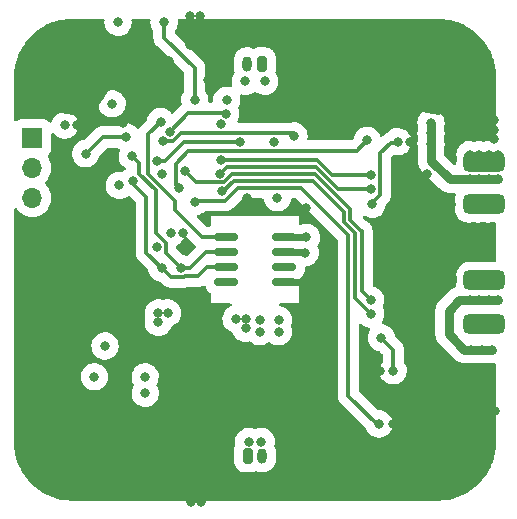
<source format=gbr>
%TF.GenerationSoftware,KiCad,Pcbnew,(6.0.6)*%
%TF.CreationDate,2023-03-01T01:58:39-05:00*%
%TF.ProjectId,Driver-Board,44726976-6572-42d4-926f-6172642e6b69,rev?*%
%TF.SameCoordinates,Original*%
%TF.FileFunction,Copper,L4,Bot*%
%TF.FilePolarity,Positive*%
%FSLAX46Y46*%
G04 Gerber Fmt 4.6, Leading zero omitted, Abs format (unit mm)*
G04 Created by KiCad (PCBNEW (6.0.6)) date 2023-03-01 01:58:39*
%MOMM*%
%LPD*%
G01*
G04 APERTURE LIST*
G04 Aperture macros list*
%AMRoundRect*
0 Rectangle with rounded corners*
0 $1 Rounding radius*
0 $2 $3 $4 $5 $6 $7 $8 $9 X,Y pos of 4 corners*
0 Add a 4 corners polygon primitive as box body*
4,1,4,$2,$3,$4,$5,$6,$7,$8,$9,$2,$3,0*
0 Add four circle primitives for the rounded corners*
1,1,$1+$1,$2,$3*
1,1,$1+$1,$4,$5*
1,1,$1+$1,$6,$7*
1,1,$1+$1,$8,$9*
0 Add four rect primitives between the rounded corners*
20,1,$1+$1,$2,$3,$4,$5,0*
20,1,$1+$1,$4,$5,$6,$7,0*
20,1,$1+$1,$6,$7,$8,$9,0*
20,1,$1+$1,$8,$9,$2,$3,0*%
G04 Aperture macros list end*
%TA.AperFunction,ComponentPad*%
%ADD10RoundRect,0.200000X0.200000X0.450000X-0.200000X0.450000X-0.200000X-0.450000X0.200000X-0.450000X0*%
%TD*%
%TA.AperFunction,ComponentPad*%
%ADD11O,0.800000X1.300000*%
%TD*%
%TA.AperFunction,ComponentPad*%
%ADD12C,0.800000*%
%TD*%
%TA.AperFunction,ComponentPad*%
%ADD13C,6.400000*%
%TD*%
%TA.AperFunction,ComponentPad*%
%ADD14RoundRect,0.200000X-0.200000X-0.450000X0.200000X-0.450000X0.200000X0.450000X-0.200000X0.450000X0*%
%TD*%
%TA.AperFunction,ComponentPad*%
%ADD15R,1.700000X1.700000*%
%TD*%
%TA.AperFunction,ComponentPad*%
%ADD16O,1.700000X1.700000*%
%TD*%
%TA.AperFunction,SMDPad,CuDef*%
%ADD17RoundRect,0.150000X0.825000X0.150000X-0.825000X0.150000X-0.825000X-0.150000X0.825000X-0.150000X0*%
%TD*%
%TA.AperFunction,SMDPad,CuDef*%
%ADD18RoundRect,0.412500X1.337500X0.412500X-1.337500X0.412500X-1.337500X-0.412500X1.337500X-0.412500X0*%
%TD*%
%TA.AperFunction,ViaPad*%
%ADD19C,0.800000*%
%TD*%
%TA.AperFunction,Conductor*%
%ADD20C,0.750000*%
%TD*%
%TA.AperFunction,Conductor*%
%ADD21C,0.600000*%
%TD*%
%TA.AperFunction,Conductor*%
%ADD22C,0.300000*%
%TD*%
G04 APERTURE END LIST*
D10*
%TO.P,J3,1,Pin_1*%
%TO.N,CAN-*%
X82700000Y-73000000D03*
D11*
%TO.P,J3,2,Pin_2*%
%TO.N,CAN+*%
X81450000Y-73000000D03*
%TD*%
D12*
%TO.P,H2,1,1*%
%TO.N,GND*%
X100000000Y-105100000D03*
X99297056Y-103402944D03*
X97600000Y-107500000D03*
X95902944Y-106797056D03*
D13*
X97600000Y-105100000D03*
D12*
X95200000Y-105100000D03*
X95902944Y-103402944D03*
X99297056Y-106797056D03*
X97600000Y-102700000D03*
%TD*%
D11*
%TO.P,J2,2,Pin_2*%
%TO.N,CAN-*%
X82725000Y-106200000D03*
D14*
%TO.P,J2,1,Pin_1*%
%TO.N,CAN+*%
X81475000Y-106200000D03*
%TD*%
D12*
%TO.P,H1,1,1*%
%TO.N,GND*%
X68900000Y-105100000D03*
X64802944Y-103402944D03*
X64100000Y-105100000D03*
X66500000Y-107500000D03*
X64802944Y-106797056D03*
X68197056Y-103402944D03*
X66500000Y-102700000D03*
X68197056Y-106797056D03*
D13*
X66500000Y-105100000D03*
%TD*%
D12*
%TO.P,H4,1,1*%
%TO.N,GND*%
X95902944Y-75797056D03*
X99297056Y-72402944D03*
X97600000Y-76500000D03*
X97600000Y-71700000D03*
X100000000Y-74100000D03*
X95200000Y-74100000D03*
D13*
X97600000Y-74100000D03*
D12*
X99297056Y-75797056D03*
X95902944Y-72402944D03*
%TD*%
D15*
%TO.P,J1,1,Pin_1*%
%TO.N,+3.3V*%
X63250000Y-79280000D03*
D16*
%TO.P,J1,2,Pin_2*%
%TO.N,Net-(J1-Pad2)*%
X63250000Y-81820000D03*
%TO.P,J1,3,Pin_3*%
%TO.N,Net-(J1-Pad3)*%
X63250000Y-84360000D03*
%TO.P,J1,4,Pin_4*%
%TO.N,GND*%
X63250000Y-86900000D03*
%TD*%
D12*
%TO.P,H3,1,1*%
%TO.N,GND*%
X64902944Y-75797056D03*
X68297056Y-72402944D03*
X69000000Y-74100000D03*
X64902944Y-72402944D03*
D13*
X66600000Y-74100000D03*
D12*
X64200000Y-74100000D03*
X68297056Y-75797056D03*
X66600000Y-71700000D03*
X66600000Y-76500000D03*
%TD*%
D17*
%TO.P,U4,1,VDD5V*%
%TO.N,+3.3V*%
X84575000Y-87695000D03*
%TO.P,U4,2,VDD3V3*%
X84575000Y-88965000D03*
%TO.P,U4,3,OUT*%
%TO.N,unconnected-(U4-Pad3)*%
X84575000Y-90235000D03*
%TO.P,U4,4,GND*%
%TO.N,GND*%
X84575000Y-91505000D03*
%TO.P,U4,5,PGO*%
%TO.N,unconnected-(U4-Pad5)*%
X79625000Y-91505000D03*
%TO.P,U4,6,SDA*%
%TO.N,I2C1_SDA*%
X79625000Y-90235000D03*
%TO.P,U4,7,SCL*%
%TO.N,I2C1_SCL*%
X79625000Y-88965000D03*
%TO.P,U4,8,DIR*%
%TO.N,ENC_DIR*%
X79625000Y-87695000D03*
%TD*%
D18*
%TO.P,J4,1,Pin_1*%
%TO.N,B-_OUT*%
X101500000Y-81300000D03*
%TO.P,J4,2,Pin_2*%
%TO.N,B+_OUT*%
X101500000Y-84900000D03*
%TO.P,J4,3,Pin_3*%
%TO.N,A-_OUT*%
X101500000Y-91300000D03*
%TO.P,J4,4,Pin_4*%
%TO.N,A+_OUT*%
X101500000Y-95000000D03*
%TD*%
D19*
%TO.N,GND*%
X100800000Y-102400000D03*
X101600000Y-102400000D03*
X102300000Y-79400000D03*
X102300000Y-77800000D03*
X102300000Y-78600000D03*
X102400000Y-102400000D03*
%TO.N,+3.3V*%
X83700000Y-79649000D03*
%TO.N,Net-(R16-Pad1)*%
X97000000Y-79800000D03*
X97000000Y-78900000D03*
X97000000Y-78000000D03*
%TO.N,Net-(R15-Pad1)*%
X100406261Y-97207182D03*
X101300000Y-97200000D03*
X102200000Y-97200000D03*
%TO.N,Net-(R16-Pad1)*%
X100300000Y-82800000D03*
X101100000Y-82800000D03*
X101900000Y-82800000D03*
X102700000Y-82800000D03*
%TO.N,Net-(R15-Pad1)*%
X102700000Y-93000000D03*
X101900000Y-93000000D03*
X101100000Y-93000000D03*
X100300000Y-93000000D03*
%TO.N,B-_OUT*%
X101100000Y-81500000D03*
X101100000Y-80700000D03*
X101900000Y-81500000D03*
X102700000Y-80700000D03*
X101900000Y-80700000D03*
X102700000Y-81500000D03*
X100300000Y-81500000D03*
X100300000Y-80700000D03*
%TO.N,GND*%
X76600000Y-69000000D03*
X76600000Y-71400000D03*
X67300000Y-87200000D03*
X77500000Y-108500000D03*
X74800000Y-72800000D03*
X67200000Y-84400000D03*
X78100000Y-74400000D03*
X76000000Y-87300000D03*
X77489270Y-97532190D03*
X70000000Y-71500000D03*
X93800000Y-103500000D03*
X66999503Y-78200000D03*
X77100000Y-94800000D03*
X76200000Y-101200000D03*
X68000000Y-90500000D03*
X78700000Y-75000000D03*
X76700000Y-108500000D03*
X69800000Y-94400000D03*
X76600000Y-70600000D03*
X96600000Y-94300000D03*
X77400000Y-69000000D03*
X76600000Y-69800000D03*
X76000000Y-95100000D03*
X95200000Y-92900000D03*
X87400000Y-101700000D03*
X72400000Y-103100000D03*
X71458782Y-86724500D03*
X74000000Y-97600000D03*
X79186554Y-78127286D03*
X76700000Y-107700000D03*
X77500000Y-107700000D03*
X69200000Y-91700000D03*
X69400000Y-102000000D03*
X86400000Y-91800000D03*
X86400000Y-85200000D03*
X76700000Y-109300000D03*
X62550000Y-89600000D03*
X74228200Y-82300000D03*
X85600000Y-74700000D03*
X76700000Y-110100000D03*
X69800000Y-93000000D03*
X71100000Y-102100000D03*
X77500000Y-109300000D03*
X95200000Y-79600000D03*
X96700000Y-83700000D03*
X95200000Y-94300000D03*
X66000000Y-83100000D03*
X95300000Y-83700000D03*
X96600000Y-92900000D03*
X62600000Y-99500000D03*
X77400000Y-69800000D03*
X77400000Y-71400000D03*
X77400000Y-70600000D03*
X95900000Y-93600000D03*
X67912299Y-83412299D03*
X96700000Y-82300000D03*
X70950500Y-78000000D03*
X81400000Y-84350500D03*
X92700000Y-99000000D03*
X91400000Y-77800000D03*
X96000000Y-83000000D03*
X95300000Y-82300000D03*
X81400000Y-101500000D03*
X72500000Y-90700000D03*
X77500000Y-110100000D03*
%TO.N,+3.3V*%
X86450000Y-87700000D03*
X70000000Y-76400000D03*
X73900000Y-94100000D03*
X74700000Y-94100000D03*
X70500000Y-69500000D03*
X70600000Y-83300000D03*
X66000000Y-78200000D03*
X73900000Y-94900000D03*
X86350000Y-89000000D03*
X73800000Y-88500000D03*
X79700000Y-76100000D03*
X75000000Y-87300000D03*
%TO.N,I2C1_SDA*%
X71800000Y-82900000D03*
X74200000Y-90300000D03*
%TO.N,B_CURRENT*%
X94200000Y-79600000D03*
X92000000Y-84900000D03*
%TO.N,B_CURRENT_PWM*%
X75700000Y-83550000D03*
X91600000Y-79500000D03*
%TO.N,A_CURRENT*%
X93800000Y-99000000D03*
X92800000Y-96200000D03*
%TO.N,A_CURRENT_PWM*%
X92600000Y-103500000D03*
X77000000Y-84700000D03*
%TO.N,+5V*%
X72800000Y-100900000D03*
X81300000Y-94600000D03*
X84000000Y-84350500D03*
X84100000Y-95700000D03*
X82500000Y-95700000D03*
X69400000Y-96900000D03*
X80500000Y-94600000D03*
X84100000Y-94700000D03*
X72800000Y-99500000D03*
X81300000Y-95400000D03*
X82500000Y-94700000D03*
X68500000Y-99500000D03*
%TO.N,I2C1_SCL*%
X75800000Y-90300000D03*
X71700000Y-80800000D03*
%TO.N,SWDIO*%
X71200000Y-79200000D03*
X67773910Y-80614425D03*
%TO.N,CAN_TX*%
X73774862Y-81200000D03*
X80800000Y-79649000D03*
%TO.N,CAN_RX*%
X85400000Y-79100000D03*
X74277527Y-79566580D03*
%TO.N,CAN_SILENT*%
X74901731Y-78747418D03*
X79628372Y-77230736D03*
%TO.N,ENC_DIR*%
X74100000Y-77900000D03*
%TO.N,A-*%
X91900000Y-93000000D03*
X76150000Y-82100000D03*
%TO.N,A+*%
X79300000Y-83800000D03*
X91900000Y-94200000D03*
%TO.N,A+_OUT*%
X102600000Y-95400000D03*
X102600000Y-94600000D03*
X100200000Y-94600000D03*
X101800000Y-94600000D03*
X101000000Y-94600000D03*
X101800000Y-95400000D03*
X100200000Y-95400000D03*
X101000000Y-95400000D03*
%TO.N,A-_OUT*%
X102700000Y-91700000D03*
X102700000Y-90900000D03*
X101100000Y-90900000D03*
X101100000Y-91700000D03*
X100300000Y-90900000D03*
X101900000Y-90900000D03*
X100300000Y-91700000D03*
X101900000Y-91700000D03*
%TO.N,B-*%
X79200000Y-81150000D03*
X91900000Y-82400000D03*
%TO.N,B+*%
X91900000Y-83620023D03*
X79150000Y-82300000D03*
%TO.N,B+_OUT*%
X101800000Y-85300000D03*
X100200000Y-84500000D03*
X100200000Y-85300000D03*
X102600000Y-84500000D03*
X102600000Y-85300000D03*
X101800000Y-84500000D03*
X101000000Y-85300000D03*
X101000000Y-84500000D03*
%TO.N,LED*%
X74400000Y-69500000D03*
X77000000Y-76100000D03*
%TO.N,CAN-*%
X82925000Y-74500000D03*
X82625000Y-104993422D03*
%TO.N,CAN+*%
X81575000Y-104993422D03*
X81275000Y-74500000D03*
%TD*%
D20*
%TO.N,Net-(R16-Pad1)*%
X97000000Y-81221141D02*
X97000000Y-78000000D01*
X98578859Y-82800000D02*
X97000000Y-81221141D01*
X100300000Y-82800000D02*
X98578859Y-82800000D01*
X102700000Y-82800000D02*
X100300000Y-82800000D01*
%TO.N,Net-(R15-Pad1)*%
X99400000Y-93000000D02*
X102700000Y-93000000D01*
X98500000Y-93900000D02*
X99400000Y-93000000D01*
X98500000Y-95900000D02*
X98500000Y-93900000D01*
X99807182Y-97207182D02*
X98500000Y-95900000D01*
X99814364Y-97200000D02*
X99807182Y-97207182D01*
X102200000Y-97200000D02*
X99814364Y-97200000D01*
D21*
X102200000Y-97200000D02*
X101300000Y-97200000D01*
X100413443Y-97200000D02*
X100406261Y-97207182D01*
X101300000Y-97200000D02*
X100413443Y-97200000D01*
X99807182Y-97207182D02*
X100406261Y-97207182D01*
%TO.N,GND*%
X84575000Y-91505000D02*
X86105000Y-91505000D01*
X86105000Y-91505000D02*
X86400000Y-91800000D01*
%TO.N,+3.3V*%
X84580000Y-87700000D02*
X84575000Y-87695000D01*
X86315000Y-88965000D02*
X86350000Y-89000000D01*
X84575000Y-88965000D02*
X86315000Y-88965000D01*
X86450000Y-87700000D02*
X84580000Y-87700000D01*
D22*
%TO.N,I2C1_SDA*%
X71800000Y-83200000D02*
X71800000Y-82900000D01*
X74950000Y-91050000D02*
X76110661Y-91050000D01*
X74200000Y-90300000D02*
X72900000Y-89000000D01*
X77300000Y-91000000D02*
X78065000Y-90235000D01*
X72900000Y-89000000D02*
X72900000Y-84300000D01*
X78065000Y-90235000D02*
X79625000Y-90235000D01*
X76160661Y-91000000D02*
X77300000Y-91000000D01*
X76110661Y-91050000D02*
X76160661Y-91000000D01*
X74200000Y-90300000D02*
X74950000Y-91050000D01*
X72900000Y-84300000D02*
X71800000Y-83200000D01*
%TO.N,B_CURRENT*%
X92700000Y-84100000D02*
X92000000Y-84800000D01*
X94200000Y-79600000D02*
X94100000Y-79700000D01*
X93600000Y-79700000D02*
X92700000Y-80600000D01*
X94100000Y-79700000D02*
X93600000Y-79700000D01*
X92700000Y-80600000D02*
X92700000Y-84100000D01*
X92000000Y-84800000D02*
X92000000Y-84900000D01*
%TO.N,B_CURRENT_PWM*%
X90700000Y-80400000D02*
X76450000Y-80400000D01*
X76450000Y-80400000D02*
X75400000Y-81450000D01*
X75400000Y-81450000D02*
X75400000Y-83250000D01*
X75400000Y-83250000D02*
X75700000Y-83550000D01*
X91600000Y-79500000D02*
X90700000Y-80400000D01*
%TO.N,A_CURRENT*%
X92800000Y-96200000D02*
X93800000Y-97200000D01*
X93800000Y-97200000D02*
X93800000Y-99000000D01*
%TO.N,A_CURRENT_PWM*%
X85975126Y-83500000D02*
X90000000Y-87524874D01*
X90000000Y-101100000D02*
X92400000Y-103500000D01*
X77100000Y-84600000D02*
X79560661Y-84600000D01*
X77000000Y-84700000D02*
X77100000Y-84600000D01*
X80660661Y-83500000D02*
X85975126Y-83500000D01*
X90000000Y-87524874D02*
X90000000Y-101100000D01*
X79560661Y-84600000D02*
X80660661Y-83500000D01*
X92400000Y-103500000D02*
X92600000Y-103500000D01*
%TO.N,I2C1_SCL*%
X75800000Y-90300000D02*
X76600000Y-90300000D01*
X77935000Y-88965000D02*
X79625000Y-88965000D01*
X74550000Y-89050000D02*
X75800000Y-90300000D01*
X72300000Y-81400000D02*
X72300000Y-82310661D01*
X72300000Y-82310661D02*
X73700000Y-83710661D01*
X73700000Y-87339339D02*
X74550000Y-88189339D01*
X73700000Y-83710661D02*
X73700000Y-87339339D01*
X74550000Y-88189339D02*
X74550000Y-89050000D01*
X76600000Y-90300000D02*
X77935000Y-88965000D01*
X71700000Y-80800000D02*
X72300000Y-81400000D01*
X80037107Y-88965000D02*
X79625000Y-88965000D01*
%TO.N,SWDIO*%
X71200000Y-79200000D02*
X69188335Y-79200000D01*
X69188335Y-79200000D02*
X67773910Y-80614425D01*
%TO.N,CAN_TX*%
X74500000Y-81200000D02*
X76051000Y-79649000D01*
X76051000Y-79649000D02*
X80800000Y-79649000D01*
X73774862Y-81200000D02*
X74500000Y-81200000D01*
%TO.N,CAN_RX*%
X85199500Y-78899500D02*
X85400000Y-79100000D01*
X75810310Y-78899500D02*
X85199500Y-78899500D01*
X75143230Y-79566580D02*
X75810310Y-78899500D01*
X74277527Y-79566580D02*
X75143230Y-79566580D01*
%TO.N,CAN_SILENT*%
X79597636Y-77200000D02*
X76449149Y-77200000D01*
X79628372Y-77230736D02*
X79597636Y-77200000D01*
X76449149Y-77200000D02*
X74901731Y-78747418D01*
%TO.N,ENC_DIR*%
X75300000Y-84603555D02*
X75300000Y-85400000D01*
X74100000Y-77900000D02*
X73025362Y-78974638D01*
X75300000Y-85400000D02*
X77595000Y-87695000D01*
X77595000Y-87695000D02*
X79625000Y-87695000D01*
X73025362Y-78974638D02*
X73025362Y-82328917D01*
X73025362Y-82328917D02*
X75300000Y-84603555D01*
%TO.N,A-*%
X90100000Y-85314212D02*
X87135788Y-82350000D01*
X79460661Y-83050000D02*
X77100000Y-83050000D01*
X77100000Y-83050000D02*
X76150000Y-82100000D01*
X91039339Y-87150000D02*
X90100000Y-86210661D01*
X91150000Y-92250000D02*
X91150000Y-87150000D01*
X87135788Y-82350000D02*
X80160661Y-82350000D01*
X80160661Y-82350000D02*
X79460661Y-83050000D01*
X91900000Y-93000000D02*
X91150000Y-92250000D01*
X91150000Y-87150000D02*
X91039339Y-87150000D01*
X90100000Y-86210661D02*
X90100000Y-85314212D01*
%TO.N,A+*%
X79300000Y-83800000D02*
X79417767Y-83800000D01*
X80317767Y-82900000D02*
X86978682Y-82900000D01*
X89600000Y-86417767D02*
X90550000Y-87367768D01*
X79417767Y-83800000D02*
X80317767Y-82900000D01*
X90550000Y-92850000D02*
X91900000Y-94200000D01*
X90550000Y-87367768D02*
X90550000Y-92850000D01*
X86978682Y-82900000D02*
X89600000Y-85521318D01*
X89600000Y-85521318D02*
X89600000Y-86417767D01*
%TO.N,B-*%
X91900000Y-82400000D02*
X88600000Y-82400000D01*
X88600000Y-82400000D02*
X87350000Y-81150000D01*
X87350000Y-81150000D02*
X79200000Y-81150000D01*
%TO.N,B+*%
X89092894Y-83600000D02*
X87242894Y-81750000D01*
X91879977Y-83600000D02*
X89092894Y-83600000D01*
X79700000Y-81750000D02*
X79150000Y-82300000D01*
X91900000Y-83620023D02*
X91879977Y-83600000D01*
X87242894Y-81750000D02*
X79700000Y-81750000D01*
%TO.N,LED*%
X74400000Y-70800000D02*
X77000000Y-73400000D01*
X77000000Y-73400000D02*
X77000000Y-76100000D01*
X74400000Y-69500000D02*
X74400000Y-70800000D01*
%TD*%
%TA.AperFunction,Conductor*%
%TO.N,GND*%
G36*
X69303163Y-69220502D02*
G01*
X69349656Y-69274158D01*
X69360169Y-69341309D01*
X69345646Y-69464017D01*
X69344967Y-69469754D01*
X69358796Y-69680749D01*
X69360217Y-69686345D01*
X69360218Y-69686350D01*
X69382784Y-69775200D01*
X69410845Y-69885690D01*
X69499369Y-70077714D01*
X69621405Y-70250391D01*
X69625539Y-70254418D01*
X69749126Y-70374811D01*
X69772865Y-70397937D01*
X69777661Y-70401142D01*
X69777664Y-70401144D01*
X69871594Y-70463906D01*
X69948677Y-70515411D01*
X69953985Y-70517692D01*
X69953986Y-70517692D01*
X70137650Y-70596600D01*
X70137653Y-70596601D01*
X70142953Y-70598878D01*
X70148582Y-70600152D01*
X70148583Y-70600152D01*
X70343550Y-70644269D01*
X70343553Y-70644269D01*
X70349186Y-70645544D01*
X70354957Y-70645771D01*
X70354959Y-70645771D01*
X70416989Y-70648208D01*
X70560470Y-70653846D01*
X70566179Y-70653018D01*
X70566183Y-70653018D01*
X70764015Y-70624333D01*
X70764019Y-70624332D01*
X70769730Y-70623504D01*
X70848987Y-70596600D01*
X70964483Y-70557395D01*
X70964488Y-70557393D01*
X70969955Y-70555537D01*
X70974998Y-70552713D01*
X71149395Y-70455046D01*
X71149399Y-70455043D01*
X71154442Y-70452219D01*
X71317012Y-70317012D01*
X71452219Y-70154442D01*
X71455043Y-70149399D01*
X71455046Y-70149395D01*
X71552713Y-69974998D01*
X71552714Y-69974996D01*
X71555537Y-69969955D01*
X71557393Y-69964488D01*
X71557395Y-69964483D01*
X71621647Y-69775200D01*
X71623504Y-69769730D01*
X71639481Y-69659545D01*
X71653314Y-69564140D01*
X71653314Y-69564138D01*
X71653846Y-69560470D01*
X71655429Y-69500000D01*
X71643249Y-69367446D01*
X71640546Y-69338029D01*
X71654231Y-69268364D01*
X71703407Y-69217157D01*
X71766017Y-69200500D01*
X73135042Y-69200500D01*
X73203163Y-69220502D01*
X73249656Y-69274158D01*
X73260169Y-69341309D01*
X73245646Y-69464017D01*
X73244967Y-69469754D01*
X73258796Y-69680749D01*
X73260217Y-69686345D01*
X73260218Y-69686350D01*
X73282784Y-69775200D01*
X73310845Y-69885690D01*
X73399369Y-70077714D01*
X73402702Y-70082430D01*
X73476397Y-70186706D01*
X73499500Y-70259426D01*
X73499500Y-70719213D01*
X73497949Y-70738923D01*
X73495781Y-70752612D01*
X73496126Y-70759200D01*
X73496126Y-70759204D01*
X73499327Y-70820280D01*
X73499500Y-70826874D01*
X73499500Y-70847192D01*
X73499843Y-70850459D01*
X73499844Y-70850470D01*
X73501624Y-70867400D01*
X73502141Y-70873966D01*
X73505687Y-70941646D01*
X73508103Y-70950662D01*
X73509274Y-70955031D01*
X73512878Y-70974479D01*
X73514326Y-70988256D01*
X73516366Y-70994533D01*
X73516366Y-70994535D01*
X73535265Y-71052701D01*
X73537138Y-71059025D01*
X73552970Y-71118109D01*
X73552972Y-71118115D01*
X73554680Y-71124488D01*
X73557676Y-71130367D01*
X73557677Y-71130371D01*
X73560973Y-71136840D01*
X73568536Y-71155097D01*
X73572821Y-71168284D01*
X73576121Y-71173999D01*
X73576121Y-71174000D01*
X73606703Y-71226971D01*
X73609849Y-71232766D01*
X73636670Y-71285403D01*
X73640617Y-71293149D01*
X73644771Y-71298278D01*
X73644771Y-71298279D01*
X73649339Y-71303920D01*
X73660534Y-71320209D01*
X73667467Y-71332216D01*
X73671888Y-71337126D01*
X73712815Y-71382580D01*
X73717099Y-71387596D01*
X73729881Y-71403380D01*
X73744230Y-71417729D01*
X73748771Y-71422513D01*
X73794129Y-71472888D01*
X73805351Y-71481041D01*
X73820379Y-71493878D01*
X76062595Y-73736094D01*
X76096621Y-73798406D01*
X76099500Y-73825189D01*
X76099500Y-75340093D01*
X76079498Y-75408214D01*
X76072450Y-75418098D01*
X76030976Y-75470708D01*
X76028288Y-75475817D01*
X75938871Y-75645771D01*
X75932523Y-75657836D01*
X75869820Y-75859773D01*
X75844967Y-76069754D01*
X75858796Y-76280749D01*
X75889199Y-76400460D01*
X75886581Y-76471406D01*
X75849764Y-76524461D01*
X75850786Y-76525596D01*
X75848344Y-76527795D01*
X75845769Y-76529880D01*
X75831410Y-76544239D01*
X75826626Y-76548780D01*
X75781166Y-76589712D01*
X75781164Y-76589715D01*
X75776261Y-76594129D01*
X75768112Y-76605345D01*
X75755277Y-76620372D01*
X75185628Y-77190021D01*
X75123316Y-77224047D01*
X75052501Y-77218982D01*
X74995576Y-77176315D01*
X74958651Y-77126867D01*
X74803381Y-76983337D01*
X74770014Y-76962284D01*
X74629434Y-76873584D01*
X74629433Y-76873584D01*
X74624554Y-76870505D01*
X74428160Y-76792152D01*
X74422503Y-76791027D01*
X74422497Y-76791025D01*
X74226442Y-76752028D01*
X74226440Y-76752028D01*
X74220775Y-76750901D01*
X74215000Y-76750825D01*
X74214996Y-76750825D01*
X74108976Y-76749437D01*
X74009346Y-76748133D01*
X74003649Y-76749112D01*
X74003648Y-76749112D01*
X73806650Y-76782962D01*
X73806649Y-76782962D01*
X73800953Y-76783941D01*
X73602575Y-76857127D01*
X73597614Y-76860079D01*
X73597613Y-76860079D01*
X73429528Y-76960079D01*
X73420856Y-76965238D01*
X73261881Y-77104655D01*
X73130976Y-77270708D01*
X73128287Y-77275819D01*
X73128285Y-77275822D01*
X73080750Y-77366171D01*
X73032523Y-77457836D01*
X72969820Y-77659773D01*
X72969141Y-77665510D01*
X72961946Y-77726300D01*
X72934075Y-77791597D01*
X72925915Y-77800585D01*
X72445738Y-78280763D01*
X72430703Y-78293604D01*
X72419491Y-78301750D01*
X72415078Y-78306652D01*
X72415076Y-78306653D01*
X72374133Y-78352125D01*
X72369592Y-78356909D01*
X72355243Y-78371258D01*
X72353167Y-78373822D01*
X72342461Y-78387042D01*
X72338177Y-78392058D01*
X72324991Y-78406703D01*
X72292829Y-78442422D01*
X72289524Y-78448147D01*
X72285649Y-78453480D01*
X72283796Y-78452134D01*
X72240038Y-78493857D01*
X72170325Y-78507295D01*
X72104413Y-78480909D01*
X72081342Y-78457254D01*
X72062104Y-78431491D01*
X72062103Y-78431490D01*
X72058651Y-78426867D01*
X71935338Y-78312878D01*
X71907622Y-78287257D01*
X71907620Y-78287255D01*
X71903381Y-78283337D01*
X71724554Y-78170505D01*
X71528160Y-78092152D01*
X71522503Y-78091027D01*
X71522497Y-78091025D01*
X71326442Y-78052028D01*
X71326440Y-78052028D01*
X71320775Y-78050901D01*
X71315000Y-78050825D01*
X71314996Y-78050825D01*
X71208976Y-78049437D01*
X71109346Y-78048133D01*
X71103649Y-78049112D01*
X71103648Y-78049112D01*
X70906650Y-78082962D01*
X70906649Y-78082962D01*
X70900953Y-78083941D01*
X70702575Y-78157127D01*
X70697614Y-78160079D01*
X70697613Y-78160079D01*
X70525819Y-78262285D01*
X70525816Y-78262287D01*
X70520856Y-78265238D01*
X70516514Y-78269046D01*
X70511840Y-78272442D01*
X70510965Y-78271237D01*
X70453036Y-78298109D01*
X70434365Y-78299500D01*
X69269122Y-78299500D01*
X69249411Y-78297949D01*
X69242239Y-78296813D01*
X69235723Y-78295781D01*
X69229135Y-78296126D01*
X69229131Y-78296126D01*
X69168055Y-78299327D01*
X69161461Y-78299500D01*
X69141143Y-78299500D01*
X69137876Y-78299843D01*
X69137865Y-78299844D01*
X69120935Y-78301624D01*
X69114369Y-78302141D01*
X69084708Y-78303695D01*
X69053283Y-78305341D01*
X69053278Y-78305342D01*
X69046689Y-78305687D01*
X69033298Y-78309275D01*
X69013856Y-78312878D01*
X69006642Y-78313636D01*
X69006640Y-78313636D01*
X69000079Y-78314326D01*
X68993802Y-78316366D01*
X68993800Y-78316366D01*
X68935634Y-78335265D01*
X68929310Y-78337138D01*
X68870226Y-78352970D01*
X68870220Y-78352972D01*
X68863847Y-78354680D01*
X68857968Y-78357676D01*
X68857964Y-78357677D01*
X68851495Y-78360973D01*
X68833238Y-78368536D01*
X68820051Y-78372821D01*
X68814336Y-78376121D01*
X68814335Y-78376121D01*
X68761364Y-78406703D01*
X68755569Y-78409849D01*
X68701069Y-78437619D01*
X68701066Y-78437621D01*
X68695186Y-78440617D01*
X68690057Y-78444771D01*
X68690056Y-78444771D01*
X68684415Y-78449339D01*
X68668126Y-78460534D01*
X68656119Y-78467467D01*
X68651209Y-78471888D01*
X68605755Y-78512815D01*
X68600739Y-78517099D01*
X68592413Y-78523842D01*
X68584955Y-78529881D01*
X68570606Y-78544230D01*
X68565822Y-78548771D01*
X68527433Y-78583337D01*
X68515447Y-78594129D01*
X68507294Y-78605351D01*
X68494457Y-78620379D01*
X67674157Y-79440679D01*
X67606400Y-79475764D01*
X67474863Y-79498366D01*
X67276485Y-79571552D01*
X67271524Y-79574504D01*
X67271523Y-79574504D01*
X67127027Y-79660470D01*
X67094766Y-79679663D01*
X66935791Y-79819080D01*
X66804886Y-79985133D01*
X66802197Y-79990244D01*
X66802195Y-79990247D01*
X66763138Y-80064483D01*
X66706433Y-80172261D01*
X66681450Y-80252720D01*
X66648811Y-80357836D01*
X66643730Y-80374198D01*
X66618877Y-80584179D01*
X66629370Y-80744268D01*
X66632308Y-80789094D01*
X66632706Y-80795174D01*
X66634127Y-80800770D01*
X66634128Y-80800775D01*
X66673822Y-80957068D01*
X66684755Y-81000115D01*
X66687172Y-81005358D01*
X66689444Y-81010286D01*
X66773279Y-81192139D01*
X66895315Y-81364816D01*
X67046775Y-81512362D01*
X67051571Y-81515567D01*
X67051574Y-81515569D01*
X67138702Y-81573786D01*
X67222587Y-81629836D01*
X67227895Y-81632117D01*
X67227896Y-81632117D01*
X67411560Y-81711025D01*
X67411563Y-81711026D01*
X67416863Y-81713303D01*
X67422492Y-81714577D01*
X67422493Y-81714577D01*
X67617460Y-81758694D01*
X67617463Y-81758694D01*
X67623096Y-81759969D01*
X67628867Y-81760196D01*
X67628869Y-81760196D01*
X67690899Y-81762633D01*
X67834380Y-81768271D01*
X67840089Y-81767443D01*
X67840093Y-81767443D01*
X68037925Y-81738758D01*
X68037929Y-81738757D01*
X68043640Y-81737929D01*
X68122897Y-81711025D01*
X68238393Y-81671820D01*
X68238398Y-81671818D01*
X68243865Y-81669962D01*
X68248908Y-81667138D01*
X68423305Y-81569471D01*
X68423309Y-81569468D01*
X68428352Y-81566644D01*
X68590922Y-81431437D01*
X68726129Y-81268867D01*
X68728953Y-81263824D01*
X68728956Y-81263820D01*
X68826623Y-81089423D01*
X68826624Y-81089421D01*
X68829447Y-81084380D01*
X68831303Y-81078913D01*
X68831305Y-81078908D01*
X68895558Y-80889624D01*
X68895559Y-80889619D01*
X68897414Y-80884155D01*
X68911713Y-80785534D01*
X68941283Y-80720989D01*
X68947314Y-80714520D01*
X69524429Y-80137405D01*
X69586741Y-80103379D01*
X69613524Y-80100500D01*
X70438479Y-80100500D01*
X70508481Y-80121735D01*
X70597837Y-80181441D01*
X70643365Y-80235918D01*
X70652213Y-80306361D01*
X70639343Y-80344874D01*
X70632523Y-80357836D01*
X70569820Y-80559773D01*
X70544967Y-80769754D01*
X70558796Y-80980749D01*
X70560217Y-80986345D01*
X70560218Y-80986350D01*
X70598818Y-81138336D01*
X70610845Y-81185690D01*
X70699369Y-81377714D01*
X70821405Y-81550391D01*
X70825539Y-81554418D01*
X70960541Y-81685931D01*
X70972865Y-81697937D01*
X71022082Y-81730823D01*
X71093320Y-81778423D01*
X71138848Y-81832900D01*
X71147696Y-81903343D01*
X71117054Y-81967387D01*
X71106396Y-81977919D01*
X70961881Y-82104655D01*
X70958310Y-82109185D01*
X70958307Y-82109188D01*
X70945486Y-82125452D01*
X70887606Y-82166566D01*
X70821955Y-82171027D01*
X70720775Y-82150901D01*
X70715000Y-82150825D01*
X70714996Y-82150825D01*
X70608976Y-82149437D01*
X70509346Y-82148133D01*
X70503649Y-82149112D01*
X70503648Y-82149112D01*
X70306650Y-82182962D01*
X70306649Y-82182962D01*
X70300953Y-82183941D01*
X70102575Y-82257127D01*
X70097614Y-82260079D01*
X70097613Y-82260079D01*
X70011520Y-82311299D01*
X69920856Y-82365238D01*
X69761881Y-82504655D01*
X69630976Y-82670708D01*
X69628287Y-82675819D01*
X69628285Y-82675822D01*
X69612328Y-82706152D01*
X69532523Y-82857836D01*
X69469820Y-83059773D01*
X69444967Y-83269754D01*
X69458796Y-83480749D01*
X69460217Y-83486345D01*
X69460218Y-83486350D01*
X69495919Y-83626921D01*
X69510845Y-83685690D01*
X69599369Y-83877714D01*
X69721405Y-84050391D01*
X69872865Y-84197937D01*
X69877661Y-84201142D01*
X69877664Y-84201144D01*
X69965409Y-84259773D01*
X70048677Y-84315411D01*
X70053985Y-84317692D01*
X70053986Y-84317692D01*
X70237650Y-84396600D01*
X70237653Y-84396601D01*
X70242953Y-84398878D01*
X70248582Y-84400152D01*
X70248583Y-84400152D01*
X70443550Y-84444269D01*
X70443553Y-84444269D01*
X70449186Y-84445544D01*
X70454957Y-84445771D01*
X70454959Y-84445771D01*
X70516989Y-84448208D01*
X70660470Y-84453846D01*
X70666179Y-84453018D01*
X70666183Y-84453018D01*
X70864015Y-84424333D01*
X70864019Y-84424332D01*
X70869730Y-84423504D01*
X70948987Y-84396600D01*
X71064483Y-84357395D01*
X71064488Y-84357393D01*
X71069955Y-84355537D01*
X71075019Y-84352701D01*
X71249395Y-84255046D01*
X71249399Y-84255043D01*
X71254442Y-84252219D01*
X71343101Y-84178482D01*
X71408265Y-84150303D01*
X71478320Y-84161827D01*
X71512764Y-84186263D01*
X71962595Y-84636094D01*
X71996621Y-84698406D01*
X71999500Y-84725189D01*
X71999500Y-88919213D01*
X71997949Y-88938923D01*
X71995781Y-88952612D01*
X71996126Y-88959200D01*
X71996126Y-88959204D01*
X71999327Y-89020280D01*
X71999500Y-89026874D01*
X71999500Y-89047192D01*
X71999843Y-89050459D01*
X71999844Y-89050470D01*
X72001624Y-89067400D01*
X72002141Y-89073966D01*
X72005687Y-89141646D01*
X72009274Y-89155031D01*
X72012878Y-89174479D01*
X72014326Y-89188256D01*
X72016366Y-89194533D01*
X72016366Y-89194535D01*
X72035265Y-89252701D01*
X72037138Y-89259025D01*
X72052970Y-89318109D01*
X72052972Y-89318115D01*
X72054680Y-89324488D01*
X72057676Y-89330367D01*
X72057677Y-89330371D01*
X72060973Y-89336840D01*
X72068536Y-89355097D01*
X72072821Y-89368284D01*
X72076121Y-89373999D01*
X72076121Y-89374000D01*
X72106703Y-89426971D01*
X72109849Y-89432766D01*
X72137619Y-89487266D01*
X72140617Y-89493149D01*
X72144771Y-89498278D01*
X72144771Y-89498279D01*
X72149339Y-89503920D01*
X72160534Y-89520209D01*
X72167467Y-89532216D01*
X72171888Y-89537126D01*
X72212815Y-89582580D01*
X72217099Y-89587596D01*
X72229881Y-89603380D01*
X72244230Y-89617729D01*
X72248771Y-89622513D01*
X72294129Y-89672888D01*
X72305351Y-89681041D01*
X72320379Y-89693878D01*
X73021864Y-90395363D01*
X73055890Y-90457675D01*
X73057588Y-90469739D01*
X73058418Y-90474980D01*
X73058796Y-90480749D01*
X73110845Y-90685690D01*
X73199369Y-90877714D01*
X73321405Y-91050391D01*
X73325539Y-91054418D01*
X73430628Y-91156791D01*
X73472865Y-91197937D01*
X73477661Y-91201142D01*
X73477664Y-91201144D01*
X73604196Y-91285690D01*
X73648677Y-91315411D01*
X73653985Y-91317692D01*
X73653986Y-91317692D01*
X73837650Y-91396600D01*
X73837653Y-91396601D01*
X73842953Y-91398878D01*
X73848582Y-91400152D01*
X73848583Y-91400152D01*
X74043202Y-91444190D01*
X74104489Y-91477988D01*
X74256122Y-91629621D01*
X74268959Y-91644649D01*
X74277112Y-91655871D01*
X74282014Y-91660284D01*
X74282015Y-91660286D01*
X74327487Y-91701229D01*
X74332271Y-91705770D01*
X74346620Y-91720119D01*
X74349184Y-91722195D01*
X74362404Y-91732901D01*
X74367420Y-91737185D01*
X74404911Y-91770942D01*
X74417784Y-91782533D01*
X74429791Y-91789466D01*
X74446080Y-91800661D01*
X74456851Y-91809383D01*
X74462731Y-91812379D01*
X74462734Y-91812381D01*
X74517234Y-91840151D01*
X74523029Y-91843297D01*
X74560162Y-91864735D01*
X74581716Y-91877179D01*
X74592703Y-91880749D01*
X74594903Y-91881464D01*
X74613160Y-91889027D01*
X74619629Y-91892323D01*
X74619633Y-91892324D01*
X74625512Y-91895320D01*
X74690980Y-91912862D01*
X74697281Y-91914729D01*
X74761744Y-91935674D01*
X74775087Y-91937076D01*
X74775533Y-91937123D01*
X74794971Y-91940726D01*
X74796540Y-91941146D01*
X74808354Y-91944312D01*
X74814954Y-91944658D01*
X74814955Y-91944658D01*
X74876011Y-91947858D01*
X74882585Y-91948375D01*
X74899534Y-91950156D01*
X74899536Y-91950156D01*
X74902808Y-91950500D01*
X74923133Y-91950500D01*
X74929727Y-91950673D01*
X74990796Y-91953874D01*
X74990801Y-91953874D01*
X74997388Y-91954219D01*
X75011077Y-91952051D01*
X75030787Y-91950500D01*
X76029874Y-91950500D01*
X76049584Y-91952051D01*
X76063273Y-91954219D01*
X76069861Y-91953874D01*
X76069865Y-91953874D01*
X76130941Y-91950673D01*
X76137535Y-91950500D01*
X76157853Y-91950500D01*
X76161120Y-91950157D01*
X76161131Y-91950156D01*
X76178061Y-91948376D01*
X76184627Y-91947859D01*
X76214288Y-91946305D01*
X76245713Y-91944659D01*
X76245718Y-91944658D01*
X76252307Y-91944313D01*
X76265698Y-91940725D01*
X76285140Y-91937122D01*
X76292354Y-91936364D01*
X76292356Y-91936364D01*
X76298917Y-91935674D01*
X76305194Y-91933634D01*
X76305196Y-91933634D01*
X76363362Y-91914735D01*
X76369685Y-91912862D01*
X76399793Y-91904794D01*
X76432406Y-91900500D01*
X77219213Y-91900500D01*
X77238923Y-91902051D01*
X77252612Y-91904219D01*
X77259200Y-91903874D01*
X77259204Y-91903874D01*
X77320280Y-91900673D01*
X77326874Y-91900500D01*
X77347192Y-91900500D01*
X77350459Y-91900157D01*
X77350470Y-91900156D01*
X77367400Y-91898376D01*
X77373966Y-91897859D01*
X77403627Y-91896305D01*
X77435052Y-91894659D01*
X77435057Y-91894658D01*
X77441646Y-91894313D01*
X77455037Y-91890725D01*
X77474479Y-91887122D01*
X77481693Y-91886364D01*
X77481695Y-91886364D01*
X77488256Y-91885674D01*
X77494533Y-91883634D01*
X77494535Y-91883634D01*
X77552701Y-91864735D01*
X77559025Y-91862862D01*
X77618109Y-91847030D01*
X77618115Y-91847028D01*
X77624488Y-91845320D01*
X77630367Y-91842324D01*
X77630371Y-91842323D01*
X77636840Y-91839027D01*
X77655097Y-91831464D01*
X77656453Y-91831023D01*
X77668284Y-91827179D01*
X77674000Y-91823879D01*
X77726971Y-91793297D01*
X77732764Y-91790152D01*
X77744743Y-91784048D01*
X77814520Y-91770942D01*
X77880305Y-91797640D01*
X77921213Y-91855667D01*
X77923655Y-91863700D01*
X77926383Y-91873879D01*
X77952971Y-91973112D01*
X77952973Y-91973117D01*
X77954680Y-91979488D01*
X77980197Y-92029568D01*
X78029501Y-92126332D01*
X78040617Y-92148149D01*
X78044770Y-92153278D01*
X78044773Y-92153282D01*
X78108106Y-92231491D01*
X78159743Y-92295257D01*
X78164874Y-92299412D01*
X78301718Y-92410227D01*
X78301722Y-92410230D01*
X78306851Y-92414383D01*
X78312733Y-92417380D01*
X78331203Y-92426791D01*
X78382818Y-92475539D01*
X78400000Y-92539058D01*
X78400000Y-93300000D01*
X79993971Y-93300000D01*
X80062092Y-93320002D01*
X80108585Y-93373658D01*
X80118689Y-93443932D01*
X80089195Y-93508512D01*
X80037582Y-93544212D01*
X80019451Y-93550901D01*
X80002575Y-93557127D01*
X79997614Y-93560079D01*
X79997613Y-93560079D01*
X79829528Y-93660079D01*
X79820856Y-93665238D01*
X79661881Y-93804655D01*
X79530976Y-93970708D01*
X79528287Y-93975819D01*
X79528285Y-93975822D01*
X79481883Y-94064019D01*
X79432523Y-94157836D01*
X79369820Y-94359773D01*
X79344967Y-94569754D01*
X79358796Y-94780749D01*
X79360217Y-94786345D01*
X79360218Y-94786350D01*
X79405340Y-94964015D01*
X79410845Y-94985690D01*
X79413262Y-94990933D01*
X79495792Y-95169955D01*
X79499369Y-95177714D01*
X79621405Y-95350391D01*
X79695890Y-95422951D01*
X79764143Y-95489440D01*
X79772865Y-95497937D01*
X79777661Y-95501142D01*
X79777664Y-95501144D01*
X79864084Y-95558888D01*
X79948677Y-95615411D01*
X80137323Y-95696459D01*
X80192016Y-95741727D01*
X80206865Y-95774869D01*
X80207495Y-95774646D01*
X80209423Y-95780090D01*
X80210845Y-95785690D01*
X80242857Y-95855129D01*
X80293618Y-95965238D01*
X80299369Y-95977714D01*
X80421405Y-96150391D01*
X80425539Y-96154418D01*
X80566424Y-96291662D01*
X80572865Y-96297937D01*
X80577661Y-96301142D01*
X80577664Y-96301144D01*
X80664084Y-96358888D01*
X80748677Y-96415411D01*
X80753985Y-96417692D01*
X80753986Y-96417692D01*
X80937650Y-96496600D01*
X80937653Y-96496601D01*
X80942953Y-96498878D01*
X80948582Y-96500152D01*
X80948583Y-96500152D01*
X81143550Y-96544269D01*
X81143553Y-96544269D01*
X81149186Y-96545544D01*
X81154957Y-96545771D01*
X81154959Y-96545771D01*
X81216989Y-96548208D01*
X81360470Y-96553846D01*
X81366179Y-96553018D01*
X81366183Y-96553018D01*
X81564015Y-96524333D01*
X81564019Y-96524332D01*
X81569730Y-96523504D01*
X81590593Y-96516422D01*
X81661525Y-96513464D01*
X81719017Y-96545480D01*
X81772865Y-96597937D01*
X81777661Y-96601142D01*
X81777664Y-96601144D01*
X81901113Y-96683630D01*
X81948677Y-96715411D01*
X81953985Y-96717692D01*
X81953986Y-96717692D01*
X82137650Y-96796600D01*
X82137653Y-96796601D01*
X82142953Y-96798878D01*
X82148582Y-96800152D01*
X82148583Y-96800152D01*
X82343550Y-96844269D01*
X82343553Y-96844269D01*
X82349186Y-96845544D01*
X82354957Y-96845771D01*
X82354959Y-96845771D01*
X82416989Y-96848208D01*
X82560470Y-96853846D01*
X82566179Y-96853018D01*
X82566183Y-96853018D01*
X82764015Y-96824333D01*
X82764019Y-96824332D01*
X82769730Y-96823504D01*
X82890731Y-96782430D01*
X82964483Y-96757395D01*
X82964488Y-96757393D01*
X82969955Y-96755537D01*
X82974998Y-96752713D01*
X83149395Y-96655046D01*
X83149399Y-96655043D01*
X83154442Y-96652219D01*
X83216177Y-96600875D01*
X83281341Y-96572694D01*
X83351397Y-96584218D01*
X83372511Y-96597592D01*
X83372865Y-96597937D01*
X83548677Y-96715411D01*
X83553985Y-96717692D01*
X83553986Y-96717692D01*
X83737650Y-96796600D01*
X83737653Y-96796601D01*
X83742953Y-96798878D01*
X83748582Y-96800152D01*
X83748583Y-96800152D01*
X83943550Y-96844269D01*
X83943553Y-96844269D01*
X83949186Y-96845544D01*
X83954957Y-96845771D01*
X83954959Y-96845771D01*
X84016989Y-96848208D01*
X84160470Y-96853846D01*
X84166179Y-96853018D01*
X84166183Y-96853018D01*
X84364015Y-96824333D01*
X84364019Y-96824332D01*
X84369730Y-96823504D01*
X84490731Y-96782430D01*
X84564483Y-96757395D01*
X84564488Y-96757393D01*
X84569955Y-96755537D01*
X84574998Y-96752713D01*
X84749395Y-96655046D01*
X84749399Y-96655043D01*
X84754442Y-96652219D01*
X84917012Y-96517012D01*
X85052219Y-96354442D01*
X85055043Y-96349399D01*
X85055046Y-96349395D01*
X85152713Y-96174998D01*
X85152714Y-96174996D01*
X85155537Y-96169955D01*
X85157393Y-96164488D01*
X85157395Y-96164483D01*
X85221647Y-95975200D01*
X85223504Y-95969730D01*
X85224741Y-95961203D01*
X85253314Y-95764140D01*
X85253314Y-95764138D01*
X85253846Y-95760470D01*
X85255429Y-95700000D01*
X85236081Y-95489440D01*
X85178686Y-95285931D01*
X85176132Y-95280753D01*
X85176129Y-95280744D01*
X85164741Y-95257653D01*
X85152550Y-95187711D01*
X85158433Y-95161423D01*
X85159801Y-95157395D01*
X85223504Y-94969730D01*
X85231792Y-94912574D01*
X85253314Y-94764140D01*
X85253314Y-94764138D01*
X85253846Y-94760470D01*
X85255429Y-94700000D01*
X85236081Y-94489440D01*
X85228911Y-94464015D01*
X85203862Y-94375200D01*
X85178686Y-94285931D01*
X85136310Y-94200000D01*
X85087719Y-94101469D01*
X85085165Y-94096290D01*
X84958651Y-93926867D01*
X84826443Y-93804655D01*
X84807622Y-93787257D01*
X84807620Y-93787255D01*
X84803381Y-93783337D01*
X84624554Y-93670505D01*
X84428160Y-93592152D01*
X84422503Y-93591027D01*
X84422497Y-93591025D01*
X84226443Y-93552028D01*
X84226438Y-93552028D01*
X84220775Y-93550901D01*
X84218542Y-93550872D01*
X84153950Y-93524297D01*
X84113320Y-93466076D01*
X84110617Y-93395131D01*
X84146698Y-93333987D01*
X84210109Y-93302056D01*
X84232777Y-93300000D01*
X85800000Y-93300000D01*
X85800000Y-91269058D01*
X85820002Y-91200937D01*
X85868797Y-91156791D01*
X85887267Y-91147380D01*
X85893149Y-91144383D01*
X85898278Y-91140230D01*
X85898282Y-91140227D01*
X86035126Y-91029412D01*
X86040257Y-91025257D01*
X86046479Y-91017573D01*
X86155227Y-90883282D01*
X86155230Y-90883278D01*
X86159383Y-90878149D01*
X86163661Y-90869754D01*
X86201580Y-90795334D01*
X86245320Y-90709488D01*
X86260119Y-90654256D01*
X86292818Y-90532223D01*
X86292819Y-90532217D01*
X86294312Y-90526645D01*
X86300500Y-90448021D01*
X86300499Y-90278650D01*
X86320501Y-90210530D01*
X86374156Y-90164037D01*
X86410650Y-90155087D01*
X86410470Y-90153846D01*
X86614015Y-90124333D01*
X86614019Y-90124332D01*
X86619730Y-90123504D01*
X86686467Y-90100850D01*
X86814483Y-90057395D01*
X86814488Y-90057393D01*
X86819955Y-90055537D01*
X86824998Y-90052713D01*
X86999395Y-89955046D01*
X86999399Y-89955043D01*
X87004442Y-89952219D01*
X87167012Y-89817012D01*
X87302219Y-89654442D01*
X87305043Y-89649399D01*
X87305046Y-89649395D01*
X87402713Y-89474998D01*
X87402714Y-89474996D01*
X87405537Y-89469955D01*
X87407393Y-89464488D01*
X87407395Y-89464483D01*
X87471647Y-89275200D01*
X87473504Y-89269730D01*
X87475057Y-89259025D01*
X87503314Y-89064140D01*
X87503314Y-89064138D01*
X87503846Y-89060470D01*
X87505429Y-89000000D01*
X87486081Y-88789440D01*
X87428686Y-88585931D01*
X87403392Y-88534639D01*
X87383360Y-88494020D01*
X87371170Y-88424078D01*
X87396573Y-88364558D01*
X87395250Y-88363649D01*
X87398524Y-88358885D01*
X87402219Y-88354442D01*
X87505537Y-88169955D01*
X87507393Y-88164488D01*
X87507395Y-88164483D01*
X87571647Y-87975200D01*
X87573504Y-87969730D01*
X87601740Y-87774998D01*
X87603314Y-87764140D01*
X87603314Y-87764138D01*
X87603846Y-87760470D01*
X87605429Y-87700000D01*
X87586081Y-87489440D01*
X87528686Y-87285931D01*
X87435165Y-87096290D01*
X87308651Y-86926867D01*
X87153381Y-86783337D01*
X86974554Y-86670505D01*
X86778160Y-86592152D01*
X86772503Y-86591027D01*
X86772497Y-86591025D01*
X86576442Y-86552028D01*
X86576440Y-86552028D01*
X86570775Y-86550901D01*
X86565000Y-86550825D01*
X86564996Y-86550825D01*
X86458976Y-86549437D01*
X86359346Y-86548133D01*
X86353649Y-86549112D01*
X86353648Y-86549112D01*
X86156650Y-86582962D01*
X86156649Y-86582962D01*
X86150953Y-86583941D01*
X86027466Y-86629498D01*
X85994359Y-86641712D01*
X85950748Y-86649500D01*
X85926000Y-86649500D01*
X85857879Y-86629498D01*
X85811386Y-86575842D01*
X85800000Y-86523500D01*
X85800000Y-85900000D01*
X78400000Y-85900000D01*
X78400000Y-86660942D01*
X78379998Y-86729063D01*
X78331204Y-86773208D01*
X78316371Y-86780766D01*
X78259167Y-86794500D01*
X78020189Y-86794500D01*
X77952068Y-86774498D01*
X77931094Y-86757595D01*
X77208456Y-86034957D01*
X77174430Y-85972645D01*
X77179495Y-85901830D01*
X77222042Y-85844994D01*
X77266926Y-85823911D01*
X77269730Y-85823504D01*
X77361475Y-85792361D01*
X77464483Y-85757395D01*
X77464488Y-85757393D01*
X77469955Y-85755537D01*
X77474998Y-85752713D01*
X77649395Y-85655046D01*
X77649399Y-85655043D01*
X77654442Y-85652219D01*
X77801845Y-85529626D01*
X77867009Y-85501445D01*
X77882414Y-85500500D01*
X79479874Y-85500500D01*
X79499584Y-85502051D01*
X79513273Y-85504219D01*
X79519861Y-85503874D01*
X79519865Y-85503874D01*
X79580941Y-85500673D01*
X79587535Y-85500500D01*
X79607853Y-85500500D01*
X79611120Y-85500157D01*
X79611131Y-85500156D01*
X79628061Y-85498376D01*
X79634627Y-85497859D01*
X79664940Y-85496271D01*
X79695713Y-85494659D01*
X79695718Y-85494658D01*
X79702307Y-85494313D01*
X79715698Y-85490725D01*
X79735140Y-85487122D01*
X79742354Y-85486364D01*
X79742356Y-85486364D01*
X79748917Y-85485674D01*
X79755194Y-85483634D01*
X79755196Y-85483634D01*
X79813362Y-85464735D01*
X79819686Y-85462862D01*
X79878770Y-85447030D01*
X79878776Y-85447028D01*
X79885149Y-85445320D01*
X79891028Y-85442324D01*
X79891032Y-85442323D01*
X79897501Y-85439027D01*
X79915758Y-85431464D01*
X79917114Y-85431023D01*
X79928945Y-85427179D01*
X79934661Y-85423879D01*
X79987632Y-85393297D01*
X79993427Y-85390151D01*
X80047927Y-85362381D01*
X80047930Y-85362379D01*
X80053810Y-85359383D01*
X80064581Y-85350661D01*
X80080870Y-85339466D01*
X80092877Y-85332533D01*
X80129628Y-85299442D01*
X80143241Y-85287185D01*
X80148257Y-85282901D01*
X80161477Y-85272195D01*
X80164041Y-85270119D01*
X80178390Y-85255770D01*
X80183174Y-85251229D01*
X80228646Y-85210286D01*
X80228647Y-85210284D01*
X80233549Y-85205871D01*
X80241702Y-85194649D01*
X80254539Y-85179621D01*
X80996755Y-84437405D01*
X81059067Y-84403379D01*
X81085850Y-84400500D01*
X82732215Y-84400500D01*
X82800336Y-84420502D01*
X82846829Y-84474158D01*
X82857945Y-84518262D01*
X82858796Y-84531249D01*
X82860217Y-84536845D01*
X82860218Y-84536850D01*
X82900163Y-84694129D01*
X82910845Y-84736190D01*
X82999369Y-84928214D01*
X83121405Y-85100891D01*
X83272865Y-85248437D01*
X83277661Y-85251642D01*
X83277664Y-85251644D01*
X83361145Y-85307424D01*
X83448677Y-85365911D01*
X83453985Y-85368192D01*
X83453986Y-85368192D01*
X83637650Y-85447100D01*
X83637653Y-85447101D01*
X83642953Y-85449378D01*
X83648582Y-85450652D01*
X83648583Y-85450652D01*
X83843550Y-85494769D01*
X83843553Y-85494769D01*
X83849186Y-85496044D01*
X83854957Y-85496271D01*
X83854959Y-85496271D01*
X83910087Y-85498437D01*
X84060470Y-85504346D01*
X84066179Y-85503518D01*
X84066183Y-85503518D01*
X84264015Y-85474833D01*
X84264019Y-85474832D01*
X84269730Y-85474004D01*
X84363060Y-85442323D01*
X84464483Y-85407895D01*
X84464488Y-85407893D01*
X84469955Y-85406037D01*
X84492704Y-85393297D01*
X84649395Y-85305546D01*
X84649399Y-85305543D01*
X84654442Y-85302719D01*
X84817012Y-85167512D01*
X84952219Y-85004942D01*
X84955043Y-84999899D01*
X84955046Y-84999895D01*
X85052713Y-84825498D01*
X85052714Y-84825496D01*
X85055537Y-84820455D01*
X85057393Y-84814988D01*
X85057395Y-84814983D01*
X85110081Y-84659773D01*
X85123504Y-84620230D01*
X85139716Y-84508420D01*
X85169286Y-84443874D01*
X85229058Y-84405562D01*
X85264412Y-84400500D01*
X85549937Y-84400500D01*
X85618058Y-84420502D01*
X85639032Y-84437405D01*
X89062595Y-87860968D01*
X89096621Y-87923280D01*
X89099500Y-87950063D01*
X89099500Y-101019213D01*
X89097949Y-101038923D01*
X89095781Y-101052612D01*
X89096126Y-101059200D01*
X89096126Y-101059204D01*
X89099327Y-101120280D01*
X89099500Y-101126874D01*
X89099500Y-101147192D01*
X89099843Y-101150459D01*
X89099844Y-101150470D01*
X89101624Y-101167400D01*
X89102141Y-101173966D01*
X89105687Y-101241646D01*
X89109274Y-101255031D01*
X89112878Y-101274479D01*
X89114326Y-101288256D01*
X89116366Y-101294533D01*
X89116366Y-101294535D01*
X89135265Y-101352701D01*
X89137138Y-101359025D01*
X89152970Y-101418109D01*
X89152972Y-101418115D01*
X89154680Y-101424488D01*
X89157676Y-101430367D01*
X89157677Y-101430371D01*
X89160973Y-101436840D01*
X89168536Y-101455097D01*
X89172821Y-101468284D01*
X89176121Y-101473999D01*
X89176121Y-101474000D01*
X89206703Y-101526971D01*
X89209849Y-101532766D01*
X89237619Y-101587266D01*
X89240617Y-101593149D01*
X89244771Y-101598278D01*
X89244771Y-101598279D01*
X89249339Y-101603920D01*
X89260534Y-101620209D01*
X89267467Y-101632216D01*
X89271888Y-101637126D01*
X89312815Y-101682580D01*
X89317099Y-101687596D01*
X89329881Y-101703380D01*
X89344230Y-101717729D01*
X89348771Y-101722513D01*
X89394129Y-101772888D01*
X89405351Y-101781041D01*
X89420379Y-101793878D01*
X91493783Y-103867283D01*
X91519114Y-103903627D01*
X91599369Y-104077714D01*
X91721405Y-104250391D01*
X91872865Y-104397937D01*
X91877661Y-104401142D01*
X91877664Y-104401144D01*
X92020936Y-104496875D01*
X92048677Y-104515411D01*
X92053985Y-104517692D01*
X92053986Y-104517692D01*
X92237650Y-104596600D01*
X92237653Y-104596601D01*
X92242953Y-104598878D01*
X92248582Y-104600152D01*
X92248583Y-104600152D01*
X92443550Y-104644269D01*
X92443553Y-104644269D01*
X92449186Y-104645544D01*
X92454957Y-104645771D01*
X92454959Y-104645771D01*
X92516989Y-104648208D01*
X92660470Y-104653846D01*
X92666179Y-104653018D01*
X92666183Y-104653018D01*
X92864015Y-104624333D01*
X92864019Y-104624332D01*
X92869730Y-104623504D01*
X92948987Y-104596600D01*
X93064483Y-104557395D01*
X93064488Y-104557393D01*
X93069955Y-104555537D01*
X93086731Y-104546142D01*
X93249395Y-104455046D01*
X93249399Y-104455043D01*
X93254442Y-104452219D01*
X93417012Y-104317012D01*
X93552219Y-104154442D01*
X93555043Y-104149399D01*
X93555046Y-104149395D01*
X93652713Y-103974998D01*
X93652714Y-103974996D01*
X93655537Y-103969955D01*
X93657393Y-103964488D01*
X93657395Y-103964483D01*
X93721647Y-103775200D01*
X93723504Y-103769730D01*
X93753846Y-103560470D01*
X93755429Y-103500000D01*
X93736081Y-103289440D01*
X93678686Y-103085931D01*
X93585165Y-102896290D01*
X93458651Y-102726867D01*
X93303381Y-102583337D01*
X93124554Y-102470505D01*
X92928160Y-102392152D01*
X92922503Y-102391027D01*
X92922497Y-102391025D01*
X92726442Y-102352028D01*
X92726440Y-102352028D01*
X92720775Y-102350901D01*
X92715000Y-102350825D01*
X92714996Y-102350825D01*
X92649260Y-102349965D01*
X92573018Y-102348967D01*
X92505166Y-102328075D01*
X92485573Y-102312073D01*
X90937405Y-100763906D01*
X90903380Y-100701594D01*
X90900500Y-100674811D01*
X90900500Y-95131258D01*
X90920502Y-95063137D01*
X90974158Y-95016644D01*
X91044432Y-95006540D01*
X91109012Y-95036034D01*
X91114417Y-95040999D01*
X91172865Y-95097937D01*
X91177661Y-95101142D01*
X91177664Y-95101144D01*
X91307221Y-95187711D01*
X91348677Y-95215411D01*
X91353985Y-95217692D01*
X91353986Y-95217692D01*
X91537650Y-95296600D01*
X91537653Y-95296601D01*
X91542953Y-95298878D01*
X91548582Y-95300152D01*
X91548583Y-95300152D01*
X91743550Y-95344269D01*
X91743553Y-95344269D01*
X91749186Y-95345544D01*
X91754958Y-95345771D01*
X91760687Y-95346525D01*
X91760487Y-95348041D01*
X91820872Y-95368376D01*
X91865225Y-95423814D01*
X91872564Y-95494430D01*
X91847595Y-95549627D01*
X91830976Y-95570708D01*
X91828287Y-95575819D01*
X91828285Y-95575822D01*
X91791533Y-95645676D01*
X91732523Y-95757836D01*
X91669820Y-95959773D01*
X91644967Y-96169754D01*
X91658796Y-96380749D01*
X91660217Y-96386345D01*
X91660218Y-96386350D01*
X91704110Y-96559171D01*
X91710845Y-96585690D01*
X91713262Y-96590933D01*
X91724346Y-96614976D01*
X91799369Y-96777714D01*
X91921405Y-96950391D01*
X91935519Y-96964140D01*
X92060971Y-97086350D01*
X92072865Y-97097937D01*
X92077661Y-97101142D01*
X92077664Y-97101144D01*
X92188497Y-97175200D01*
X92248677Y-97215411D01*
X92253985Y-97217692D01*
X92253986Y-97217692D01*
X92437650Y-97296600D01*
X92437653Y-97296601D01*
X92442953Y-97298878D01*
X92448582Y-97300152D01*
X92448583Y-97300152D01*
X92643201Y-97344190D01*
X92704488Y-97377988D01*
X92862595Y-97536095D01*
X92896621Y-97598407D01*
X92899500Y-97625190D01*
X92899500Y-98240093D01*
X92879498Y-98308214D01*
X92872450Y-98318098D01*
X92830976Y-98370708D01*
X92732523Y-98557836D01*
X92669820Y-98759773D01*
X92644967Y-98969754D01*
X92658796Y-99180749D01*
X92660217Y-99186345D01*
X92660218Y-99186350D01*
X92682784Y-99275200D01*
X92710845Y-99385690D01*
X92799369Y-99577714D01*
X92921405Y-99750391D01*
X93072865Y-99897937D01*
X93077661Y-99901142D01*
X93077664Y-99901144D01*
X93172458Y-99964483D01*
X93248677Y-100015411D01*
X93253985Y-100017692D01*
X93253986Y-100017692D01*
X93437650Y-100096600D01*
X93437653Y-100096601D01*
X93442953Y-100098878D01*
X93448582Y-100100152D01*
X93448583Y-100100152D01*
X93643550Y-100144269D01*
X93643553Y-100144269D01*
X93649186Y-100145544D01*
X93654957Y-100145771D01*
X93654959Y-100145771D01*
X93716989Y-100148208D01*
X93860470Y-100153846D01*
X93866179Y-100153018D01*
X93866183Y-100153018D01*
X94064015Y-100124333D01*
X94064019Y-100124332D01*
X94069730Y-100123504D01*
X94190731Y-100082430D01*
X94264483Y-100057395D01*
X94264488Y-100057393D01*
X94269955Y-100055537D01*
X94274998Y-100052713D01*
X94449395Y-99955046D01*
X94449399Y-99955043D01*
X94454442Y-99952219D01*
X94617012Y-99817012D01*
X94752219Y-99654442D01*
X94755043Y-99649399D01*
X94755046Y-99649395D01*
X94852713Y-99474998D01*
X94852714Y-99474996D01*
X94855537Y-99469955D01*
X94857393Y-99464488D01*
X94857395Y-99464483D01*
X94921647Y-99275200D01*
X94923504Y-99269730D01*
X94953846Y-99060470D01*
X94955429Y-99000000D01*
X94936081Y-98789440D01*
X94878686Y-98585931D01*
X94875888Y-98580256D01*
X94787719Y-98401469D01*
X94785165Y-98396290D01*
X94753301Y-98353619D01*
X94725542Y-98316445D01*
X94700810Y-98249895D01*
X94700500Y-98241056D01*
X94700500Y-97280787D01*
X94702051Y-97261076D01*
X94703187Y-97253904D01*
X94704219Y-97247388D01*
X94702544Y-97215411D01*
X94700673Y-97179721D01*
X94700500Y-97173127D01*
X94700500Y-97152808D01*
X94700156Y-97149534D01*
X94698376Y-97132595D01*
X94697859Y-97126020D01*
X94694659Y-97064955D01*
X94694659Y-97064954D01*
X94694313Y-97058355D01*
X94690726Y-97044967D01*
X94687123Y-97025531D01*
X94687080Y-97025122D01*
X94685674Y-97011744D01*
X94667048Y-96954418D01*
X94664731Y-96947287D01*
X94662858Y-96940963D01*
X94652874Y-96903704D01*
X94645320Y-96875513D01*
X94639028Y-96863163D01*
X94631466Y-96844906D01*
X94629223Y-96838005D01*
X94629221Y-96838001D01*
X94627179Y-96831716D01*
X94593297Y-96773031D01*
X94590151Y-96767237D01*
X94562381Y-96712734D01*
X94562379Y-96712731D01*
X94559383Y-96706851D01*
X94550663Y-96696083D01*
X94539462Y-96679786D01*
X94535833Y-96673500D01*
X94532533Y-96667784D01*
X94528117Y-96662879D01*
X94528113Y-96662874D01*
X94487188Y-96617421D01*
X94482908Y-96612411D01*
X94472194Y-96599181D01*
X94472193Y-96599180D01*
X94470120Y-96596620D01*
X94455761Y-96582261D01*
X94451220Y-96577477D01*
X94410286Y-96532015D01*
X94410284Y-96532014D01*
X94405871Y-96527112D01*
X94394658Y-96518966D01*
X94379625Y-96506125D01*
X93975690Y-96102190D01*
X93941664Y-96039878D01*
X93939314Y-96024624D01*
X93936610Y-95995198D01*
X93936081Y-95989440D01*
X93878686Y-95785931D01*
X93867553Y-95763354D01*
X93787719Y-95601469D01*
X93785165Y-95596290D01*
X93658651Y-95426867D01*
X93558286Y-95334090D01*
X93507622Y-95287257D01*
X93507620Y-95287255D01*
X93503381Y-95283337D01*
X93462675Y-95257653D01*
X93329434Y-95173584D01*
X93329433Y-95173584D01*
X93324554Y-95170505D01*
X93128160Y-95092152D01*
X92928710Y-95052479D01*
X92865801Y-95019573D01*
X92830669Y-94957878D01*
X92834469Y-94886983D01*
X92849144Y-94858139D01*
X92852219Y-94854442D01*
X92955537Y-94669955D01*
X92957393Y-94664488D01*
X92957395Y-94664483D01*
X93021647Y-94475200D01*
X93023504Y-94469730D01*
X93038833Y-94364015D01*
X93053314Y-94264140D01*
X93053314Y-94264138D01*
X93053846Y-94260470D01*
X93055429Y-94200000D01*
X93036081Y-93989440D01*
X93032241Y-93975822D01*
X92997955Y-93854256D01*
X92978686Y-93785931D01*
X92976132Y-93780753D01*
X92976129Y-93780744D01*
X92914308Y-93655384D01*
X92902118Y-93585442D01*
X92917380Y-93538090D01*
X92952712Y-93475001D01*
X92952716Y-93474993D01*
X92955537Y-93469955D01*
X92957393Y-93464488D01*
X92957395Y-93464483D01*
X93021647Y-93275200D01*
X93023504Y-93269730D01*
X93028666Y-93234133D01*
X93053314Y-93064140D01*
X93053314Y-93064138D01*
X93053846Y-93060470D01*
X93055429Y-93000000D01*
X93036081Y-92789440D01*
X92978686Y-92585931D01*
X92924247Y-92475539D01*
X92887719Y-92401469D01*
X92885165Y-92396290D01*
X92758651Y-92226867D01*
X92603381Y-92083337D01*
X92543925Y-92045823D01*
X92429434Y-91973584D01*
X92429433Y-91973584D01*
X92424554Y-91970505D01*
X92228160Y-91892152D01*
X92222503Y-91891027D01*
X92222497Y-91891025D01*
X92151919Y-91876987D01*
X92089009Y-91844080D01*
X92053877Y-91782385D01*
X92050500Y-91753408D01*
X92050500Y-87055354D01*
X92042007Y-87015400D01*
X92039945Y-87002379D01*
X92036364Y-86968307D01*
X92036363Y-86968305D01*
X92035674Y-86961744D01*
X92023050Y-86922891D01*
X92019638Y-86910158D01*
X92012517Y-86876655D01*
X92012516Y-86876652D01*
X92011144Y-86870197D01*
X91994527Y-86832874D01*
X91989802Y-86820565D01*
X91979219Y-86787993D01*
X91979217Y-86787989D01*
X91977179Y-86781716D01*
X91956750Y-86746331D01*
X91950764Y-86734582D01*
X91936837Y-86703302D01*
X91936836Y-86703300D01*
X91934151Y-86697270D01*
X91910141Y-86664224D01*
X91902964Y-86653172D01*
X91882533Y-86617784D01*
X91855199Y-86587426D01*
X91846901Y-86577178D01*
X91826773Y-86549474D01*
X91826765Y-86549465D01*
X91822888Y-86544129D01*
X91792512Y-86516779D01*
X91783221Y-86507488D01*
X91755871Y-86477112D01*
X91750535Y-86473235D01*
X91750526Y-86473227D01*
X91722822Y-86453099D01*
X91712574Y-86444801D01*
X91687125Y-86421887D01*
X91682216Y-86417467D01*
X91646828Y-86397036D01*
X91635774Y-86389857D01*
X91621914Y-86379787D01*
X91602730Y-86365849D01*
X91596700Y-86363164D01*
X91596698Y-86363163D01*
X91565418Y-86349236D01*
X91553669Y-86343250D01*
X91524000Y-86326121D01*
X91518284Y-86322821D01*
X91498721Y-86316464D01*
X91448565Y-86285727D01*
X91236928Y-86074090D01*
X91202902Y-86011778D01*
X91207967Y-85940963D01*
X91250514Y-85884127D01*
X91317034Y-85859316D01*
X91386408Y-85874407D01*
X91396025Y-85880230D01*
X91448677Y-85915411D01*
X91453985Y-85917692D01*
X91453986Y-85917692D01*
X91637650Y-85996600D01*
X91637653Y-85996601D01*
X91642953Y-85998878D01*
X91648582Y-86000152D01*
X91648583Y-86000152D01*
X91843550Y-86044269D01*
X91843553Y-86044269D01*
X91849186Y-86045544D01*
X91854957Y-86045771D01*
X91854959Y-86045771D01*
X91916989Y-86048208D01*
X92060470Y-86053846D01*
X92066179Y-86053018D01*
X92066183Y-86053018D01*
X92264015Y-86024333D01*
X92264019Y-86024332D01*
X92269730Y-86023504D01*
X92348987Y-85996600D01*
X92464483Y-85957395D01*
X92464488Y-85957393D01*
X92469955Y-85955537D01*
X92536777Y-85918115D01*
X92649395Y-85855046D01*
X92649399Y-85855043D01*
X92654442Y-85852219D01*
X92817012Y-85717012D01*
X92952219Y-85554442D01*
X92955043Y-85549399D01*
X92955046Y-85549395D01*
X93052713Y-85374998D01*
X93052714Y-85374996D01*
X93055537Y-85369955D01*
X93057393Y-85364488D01*
X93057395Y-85364483D01*
X93121647Y-85175200D01*
X93123504Y-85169730D01*
X93132902Y-85104918D01*
X93153314Y-84964142D01*
X93153315Y-84964135D01*
X93153846Y-84960470D01*
X93154059Y-84960501D01*
X93179222Y-84895759D01*
X93189951Y-84883548D01*
X93279621Y-84793878D01*
X93294649Y-84781041D01*
X93305871Y-84772888D01*
X93351229Y-84722513D01*
X93355770Y-84717729D01*
X93370119Y-84703380D01*
X93382901Y-84687596D01*
X93387185Y-84682580D01*
X93428112Y-84637126D01*
X93432533Y-84632216D01*
X93439466Y-84620209D01*
X93450661Y-84603920D01*
X93455229Y-84598279D01*
X93455229Y-84598278D01*
X93459383Y-84593149D01*
X93462381Y-84587266D01*
X93490151Y-84532766D01*
X93493297Y-84526971D01*
X93523879Y-84474000D01*
X93523879Y-84473999D01*
X93527179Y-84468284D01*
X93531464Y-84455097D01*
X93539027Y-84436840D01*
X93542323Y-84430371D01*
X93542324Y-84430367D01*
X93545320Y-84424488D01*
X93562862Y-84359020D01*
X93564729Y-84352719D01*
X93585674Y-84288256D01*
X93587123Y-84274467D01*
X93590726Y-84255029D01*
X93592468Y-84248526D01*
X93594312Y-84241646D01*
X93596814Y-84193910D01*
X93597858Y-84173989D01*
X93598375Y-84167415D01*
X93600156Y-84150466D01*
X93600156Y-84150464D01*
X93600500Y-84147192D01*
X93600500Y-84126867D01*
X93600673Y-84120273D01*
X93603874Y-84059204D01*
X93603874Y-84059199D01*
X93604219Y-84052612D01*
X93602051Y-84038923D01*
X93600500Y-84019213D01*
X93600500Y-81025189D01*
X93620502Y-80957068D01*
X93637405Y-80936094D01*
X93819644Y-80753855D01*
X93881956Y-80719829D01*
X93936546Y-80720057D01*
X94032582Y-80741787D01*
X94049186Y-80745544D01*
X94054957Y-80745771D01*
X94054959Y-80745771D01*
X94116989Y-80748208D01*
X94260470Y-80753846D01*
X94266179Y-80753018D01*
X94266183Y-80753018D01*
X94464015Y-80724333D01*
X94464019Y-80724332D01*
X94469730Y-80723504D01*
X94530864Y-80702752D01*
X94664483Y-80657395D01*
X94664488Y-80657393D01*
X94669955Y-80655537D01*
X94770293Y-80599345D01*
X94849395Y-80555046D01*
X94849399Y-80555043D01*
X94854442Y-80552219D01*
X95017012Y-80417012D01*
X95152219Y-80254442D01*
X95155043Y-80249399D01*
X95155046Y-80249395D01*
X95252713Y-80074998D01*
X95252714Y-80074996D01*
X95255537Y-80069955D01*
X95257393Y-80064488D01*
X95257395Y-80064483D01*
X95321647Y-79875200D01*
X95323504Y-79869730D01*
X95325385Y-79856763D01*
X95353314Y-79664140D01*
X95353314Y-79664138D01*
X95353846Y-79660470D01*
X95355429Y-79600000D01*
X95336081Y-79389440D01*
X95278686Y-79185931D01*
X95265077Y-79158333D01*
X95187719Y-79001469D01*
X95185165Y-78996290D01*
X95075603Y-78849568D01*
X95062104Y-78831491D01*
X95062103Y-78831490D01*
X95058651Y-78826867D01*
X94926443Y-78704655D01*
X94907622Y-78687257D01*
X94907620Y-78687255D01*
X94903381Y-78683337D01*
X94855709Y-78653258D01*
X94729434Y-78573584D01*
X94729433Y-78573584D01*
X94724554Y-78570505D01*
X94528160Y-78492152D01*
X94522503Y-78491027D01*
X94522497Y-78491025D01*
X94326442Y-78452028D01*
X94326440Y-78452028D01*
X94320775Y-78450901D01*
X94315000Y-78450825D01*
X94314996Y-78450825D01*
X94208976Y-78449437D01*
X94109346Y-78448133D01*
X94103649Y-78449112D01*
X94103648Y-78449112D01*
X93906650Y-78482962D01*
X93906649Y-78482962D01*
X93900953Y-78483941D01*
X93702575Y-78557127D01*
X93697614Y-78560079D01*
X93697613Y-78560079D01*
X93540993Y-78653258D01*
X93520856Y-78665238D01*
X93361881Y-78804655D01*
X93358309Y-78809186D01*
X93354326Y-78813383D01*
X93352628Y-78811772D01*
X93302998Y-78846997D01*
X93294588Y-78849568D01*
X93281887Y-78852971D01*
X93281880Y-78852974D01*
X93275512Y-78854680D01*
X93269633Y-78857676D01*
X93269629Y-78857677D01*
X93263160Y-78860973D01*
X93244903Y-78868536D01*
X93231716Y-78872821D01*
X93226001Y-78876121D01*
X93226000Y-78876121D01*
X93173029Y-78906703D01*
X93167234Y-78909849D01*
X93112734Y-78937619D01*
X93112731Y-78937621D01*
X93106851Y-78940617D01*
X93101722Y-78944771D01*
X93101721Y-78944771D01*
X93096080Y-78949339D01*
X93079791Y-78960534D01*
X93067784Y-78967467D01*
X93062874Y-78971888D01*
X93017420Y-79012815D01*
X93012404Y-79017099D01*
X93007954Y-79020703D01*
X92996620Y-79029881D01*
X92982271Y-79044230D01*
X92977487Y-79048771D01*
X92936217Y-79085931D01*
X92927112Y-79094129D01*
X92918959Y-79105351D01*
X92906122Y-79120379D01*
X92888114Y-79138387D01*
X92825802Y-79172413D01*
X92754987Y-79167348D01*
X92698151Y-79124801D01*
X92681386Y-79094441D01*
X92680255Y-79091494D01*
X92678686Y-79085931D01*
X92667553Y-79063354D01*
X92587719Y-78901469D01*
X92585165Y-78896290D01*
X92458651Y-78726867D01*
X92320827Y-78599464D01*
X92307622Y-78587257D01*
X92307620Y-78587255D01*
X92303381Y-78583337D01*
X92270014Y-78562284D01*
X92129434Y-78473584D01*
X92129433Y-78473584D01*
X92124554Y-78470505D01*
X91928160Y-78392152D01*
X91922503Y-78391027D01*
X91922497Y-78391025D01*
X91726442Y-78352028D01*
X91726440Y-78352028D01*
X91720775Y-78350901D01*
X91715000Y-78350825D01*
X91714996Y-78350825D01*
X91608976Y-78349437D01*
X91509346Y-78348133D01*
X91503649Y-78349112D01*
X91503648Y-78349112D01*
X91306650Y-78382962D01*
X91306649Y-78382962D01*
X91300953Y-78383941D01*
X91102575Y-78457127D01*
X91097614Y-78460079D01*
X91097613Y-78460079D01*
X90929528Y-78560079D01*
X90920856Y-78565238D01*
X90761881Y-78704655D01*
X90630976Y-78870708D01*
X90628287Y-78875819D01*
X90628285Y-78875822D01*
X90614792Y-78901469D01*
X90532523Y-79057836D01*
X90469820Y-79259773D01*
X90465192Y-79298878D01*
X90461946Y-79326301D01*
X90434076Y-79391599D01*
X90425914Y-79400587D01*
X90363906Y-79462595D01*
X90301594Y-79496621D01*
X90274811Y-79499500D01*
X86650275Y-79499500D01*
X86582154Y-79479498D01*
X86535661Y-79425842D01*
X86525579Y-79355419D01*
X86553314Y-79164140D01*
X86553314Y-79164138D01*
X86553846Y-79160470D01*
X86555429Y-79100000D01*
X86536081Y-78889440D01*
X86532241Y-78875822D01*
X86514631Y-78813383D01*
X86478686Y-78685931D01*
X86475888Y-78680256D01*
X86387719Y-78501469D01*
X86385165Y-78496290D01*
X86266321Y-78337138D01*
X86262104Y-78331491D01*
X86262103Y-78331490D01*
X86258651Y-78326867D01*
X86103381Y-78183337D01*
X86079654Y-78168366D01*
X85929434Y-78073584D01*
X85929433Y-78073584D01*
X85924554Y-78070505D01*
X85728160Y-77992152D01*
X85722503Y-77991027D01*
X85722497Y-77991025D01*
X85526442Y-77952028D01*
X85526440Y-77952028D01*
X85520775Y-77950901D01*
X85515000Y-77950825D01*
X85514996Y-77950825D01*
X85408976Y-77949437D01*
X85309346Y-77948133D01*
X85303649Y-77949112D01*
X85303648Y-77949112D01*
X85106650Y-77982962D01*
X85106649Y-77982962D01*
X85100953Y-77983941D01*
X85083703Y-77990305D01*
X85081244Y-77991212D01*
X85037633Y-77999000D01*
X80731824Y-77999000D01*
X80663703Y-77978998D01*
X80617210Y-77925342D01*
X80607106Y-77855068D01*
X80621888Y-77811437D01*
X80683909Y-77700691D01*
X80685765Y-77695224D01*
X80685767Y-77695219D01*
X80750019Y-77505936D01*
X80751876Y-77500466D01*
X80758058Y-77457836D01*
X80781686Y-77294876D01*
X80781686Y-77294874D01*
X80782218Y-77291206D01*
X80783801Y-77230736D01*
X80764453Y-77020176D01*
X80754064Y-76983337D01*
X80723110Y-76873584D01*
X80707058Y-76816667D01*
X80694383Y-76790965D01*
X80682192Y-76721024D01*
X80697453Y-76673671D01*
X80755537Y-76569955D01*
X80757393Y-76564488D01*
X80757395Y-76564483D01*
X80814483Y-76396305D01*
X80823504Y-76369730D01*
X80836588Y-76279498D01*
X80853314Y-76164140D01*
X80853314Y-76164138D01*
X80853846Y-76160470D01*
X80855429Y-76100000D01*
X80836081Y-75889440D01*
X80802596Y-75770708D01*
X80800455Y-75763118D01*
X80801215Y-75692126D01*
X80840236Y-75632814D01*
X80905130Y-75604015D01*
X80949532Y-75606024D01*
X81118549Y-75644269D01*
X81118555Y-75644270D01*
X81124186Y-75645544D01*
X81129957Y-75645771D01*
X81129959Y-75645771D01*
X81191989Y-75648208D01*
X81335470Y-75653846D01*
X81341179Y-75653018D01*
X81341183Y-75653018D01*
X81539015Y-75624333D01*
X81539019Y-75624332D01*
X81544730Y-75623504D01*
X81623987Y-75596600D01*
X81739483Y-75557395D01*
X81739488Y-75557393D01*
X81744955Y-75555537D01*
X81749998Y-75552713D01*
X81924395Y-75455046D01*
X81924399Y-75455043D01*
X81929442Y-75452219D01*
X82017075Y-75379336D01*
X82082239Y-75351155D01*
X82152295Y-75362679D01*
X82185566Y-75385955D01*
X82197865Y-75397937D01*
X82202661Y-75401142D01*
X82202664Y-75401144D01*
X82294167Y-75462284D01*
X82373677Y-75515411D01*
X82378985Y-75517692D01*
X82378986Y-75517692D01*
X82562650Y-75596600D01*
X82562653Y-75596601D01*
X82567953Y-75598878D01*
X82573582Y-75600152D01*
X82573583Y-75600152D01*
X82768550Y-75644269D01*
X82768553Y-75644269D01*
X82774186Y-75645544D01*
X82779957Y-75645771D01*
X82779959Y-75645771D01*
X82841989Y-75648208D01*
X82985470Y-75653846D01*
X82991179Y-75653018D01*
X82991183Y-75653018D01*
X83189015Y-75624333D01*
X83189019Y-75624332D01*
X83194730Y-75623504D01*
X83273987Y-75596600D01*
X83389483Y-75557395D01*
X83389488Y-75557393D01*
X83394955Y-75555537D01*
X83399998Y-75552713D01*
X83574395Y-75455046D01*
X83574399Y-75455043D01*
X83579442Y-75452219D01*
X83742012Y-75317012D01*
X83877219Y-75154442D01*
X83880043Y-75149399D01*
X83880046Y-75149395D01*
X83977713Y-74974998D01*
X83977714Y-74974996D01*
X83980537Y-74969955D01*
X83982393Y-74964488D01*
X83982395Y-74964483D01*
X84046647Y-74775200D01*
X84048504Y-74769730D01*
X84060594Y-74686353D01*
X84078314Y-74564140D01*
X84078314Y-74564138D01*
X84078846Y-74560470D01*
X84080429Y-74500000D01*
X84061081Y-74289440D01*
X84003686Y-74085931D01*
X84000400Y-74079266D01*
X83912719Y-73901469D01*
X83910165Y-73896290D01*
X83839656Y-73801867D01*
X83814924Y-73735319D01*
X83819495Y-73691751D01*
X83840302Y-73619187D01*
X83850500Y-73504924D01*
X83850500Y-72495076D01*
X83840302Y-72380813D01*
X83816464Y-72297679D01*
X83788835Y-72201324D01*
X83788834Y-72201322D01*
X83787077Y-72195194D01*
X83697615Y-72024070D01*
X83637899Y-71950850D01*
X83579600Y-71879369D01*
X83575571Y-71874429D01*
X83499374Y-71812284D01*
X83430873Y-71756416D01*
X83430870Y-71756414D01*
X83425930Y-71752385D01*
X83254806Y-71662923D01*
X83248678Y-71661166D01*
X83248676Y-71661165D01*
X83150319Y-71632962D01*
X83069187Y-71609698D01*
X83036904Y-71606817D01*
X82957717Y-71599749D01*
X82957711Y-71599749D01*
X82954924Y-71599500D01*
X82445076Y-71599500D01*
X82442289Y-71599749D01*
X82442283Y-71599749D01*
X82363096Y-71606817D01*
X82330813Y-71609698D01*
X82145194Y-71662923D01*
X82081338Y-71696306D01*
X82060165Y-71707375D01*
X81990529Y-71721209D01*
X81955100Y-71712743D01*
X81783524Y-71644292D01*
X81778160Y-71642152D01*
X81772503Y-71641027D01*
X81772497Y-71641025D01*
X81576442Y-71602028D01*
X81576440Y-71602028D01*
X81570775Y-71600901D01*
X81565000Y-71600825D01*
X81564996Y-71600825D01*
X81458976Y-71599437D01*
X81359346Y-71598133D01*
X81353649Y-71599112D01*
X81353648Y-71599112D01*
X81156650Y-71632962D01*
X81156649Y-71632962D01*
X81150953Y-71633941D01*
X80952575Y-71707127D01*
X80947614Y-71710079D01*
X80947613Y-71710079D01*
X80930089Y-71720505D01*
X80770856Y-71815238D01*
X80611881Y-71954655D01*
X80480976Y-72120708D01*
X80478287Y-72125819D01*
X80478285Y-72125822D01*
X80441787Y-72195194D01*
X80382523Y-72307836D01*
X80346369Y-72424272D01*
X80324384Y-72495076D01*
X80319820Y-72509773D01*
X80319141Y-72515510D01*
X80300293Y-72674758D01*
X80299500Y-72681455D01*
X80299500Y-73303641D01*
X80313919Y-73460560D01*
X80315488Y-73466122D01*
X80315488Y-73466124D01*
X80356972Y-73613214D01*
X80371314Y-73664069D01*
X80373872Y-73669257D01*
X80375940Y-73674643D01*
X80374775Y-73675090D01*
X80385887Y-73738840D01*
X80359641Y-73802634D01*
X80305976Y-73870708D01*
X80303287Y-73875819D01*
X80303285Y-73875822D01*
X80289792Y-73901469D01*
X80207523Y-74057836D01*
X80144820Y-74259773D01*
X80119967Y-74469754D01*
X80133796Y-74680749D01*
X80135219Y-74686350D01*
X80135219Y-74686353D01*
X80173554Y-74837298D01*
X80170936Y-74908246D01*
X80130375Y-74966516D01*
X80064751Y-74993607D01*
X80026854Y-74991892D01*
X79882868Y-74963252D01*
X79826442Y-74952028D01*
X79826440Y-74952028D01*
X79820775Y-74950901D01*
X79815000Y-74950825D01*
X79814996Y-74950825D01*
X79708976Y-74949437D01*
X79609346Y-74948133D01*
X79603649Y-74949112D01*
X79603648Y-74949112D01*
X79406650Y-74982962D01*
X79406649Y-74982962D01*
X79400953Y-74983941D01*
X79202575Y-75057127D01*
X79197614Y-75060079D01*
X79197613Y-75060079D01*
X79039003Y-75154442D01*
X79020856Y-75165238D01*
X78861881Y-75304655D01*
X78730976Y-75470708D01*
X78728288Y-75475817D01*
X78728285Y-75475822D01*
X78635217Y-75652715D01*
X78632523Y-75657836D01*
X78569820Y-75859773D01*
X78544967Y-76069754D01*
X78551154Y-76164140D01*
X78551227Y-76165259D01*
X78535723Y-76234542D01*
X78485224Y-76284445D01*
X78425497Y-76299500D01*
X78278973Y-76299500D01*
X78210852Y-76279498D01*
X78164359Y-76225842D01*
X78153473Y-76163045D01*
X78153846Y-76160470D01*
X78155429Y-76100000D01*
X78136081Y-75889440D01*
X78078686Y-75685931D01*
X78067553Y-75663354D01*
X77987719Y-75501469D01*
X77985165Y-75496290D01*
X77925542Y-75416445D01*
X77900810Y-75349895D01*
X77900500Y-75341056D01*
X77900500Y-73480787D01*
X77902051Y-73461076D01*
X77903187Y-73453904D01*
X77904219Y-73447388D01*
X77900673Y-73379727D01*
X77900500Y-73373133D01*
X77900500Y-73352808D01*
X77900156Y-73349534D01*
X77898375Y-73332585D01*
X77897858Y-73326011D01*
X77894658Y-73264955D01*
X77894658Y-73264954D01*
X77894312Y-73258354D01*
X77890726Y-73244971D01*
X77887123Y-73225533D01*
X77886364Y-73218312D01*
X77885674Y-73211744D01*
X77864729Y-73147281D01*
X77862860Y-73140973D01*
X77847027Y-73081884D01*
X77845320Y-73075512D01*
X77839027Y-73063160D01*
X77831464Y-73044903D01*
X77831023Y-73043547D01*
X77827179Y-73031716D01*
X77823879Y-73026000D01*
X77793297Y-72973029D01*
X77790151Y-72967234D01*
X77762381Y-72912734D01*
X77762379Y-72912731D01*
X77759383Y-72906851D01*
X77750661Y-72896080D01*
X77739466Y-72879791D01*
X77732533Y-72867784D01*
X77687185Y-72817420D01*
X77682901Y-72812404D01*
X77672195Y-72799184D01*
X77670119Y-72796620D01*
X77655770Y-72782271D01*
X77651229Y-72777487D01*
X77610286Y-72732015D01*
X77610284Y-72732014D01*
X77605871Y-72727112D01*
X77594649Y-72718959D01*
X77579621Y-72706122D01*
X75337405Y-70463906D01*
X75303379Y-70401594D01*
X75300500Y-70374811D01*
X75300500Y-70262176D01*
X75320502Y-70194055D01*
X75329617Y-70181618D01*
X75352219Y-70154442D01*
X75355043Y-70149399D01*
X75355046Y-70149395D01*
X75452713Y-69974998D01*
X75452714Y-69974996D01*
X75455537Y-69969955D01*
X75457393Y-69964488D01*
X75457395Y-69964483D01*
X75521647Y-69775200D01*
X75523504Y-69769730D01*
X75539481Y-69659545D01*
X75553314Y-69564140D01*
X75553314Y-69564138D01*
X75553846Y-69560470D01*
X75555429Y-69500000D01*
X75543249Y-69367446D01*
X75540546Y-69338029D01*
X75554231Y-69268364D01*
X75603407Y-69217157D01*
X75666017Y-69200500D01*
X97544517Y-69200500D01*
X97560307Y-69201493D01*
X97589455Y-69205175D01*
X97596462Y-69204488D01*
X97596464Y-69204488D01*
X97603795Y-69203769D01*
X97616822Y-69202492D01*
X97634606Y-69202011D01*
X98021525Y-69218904D01*
X98032473Y-69219862D01*
X98445346Y-69274217D01*
X98456154Y-69276123D01*
X98750188Y-69341309D01*
X98862712Y-69366255D01*
X98873329Y-69369100D01*
X99270484Y-69494323D01*
X99280798Y-69498076D01*
X99665551Y-69657446D01*
X99675486Y-69662079D01*
X100044878Y-69854373D01*
X100054387Y-69859863D01*
X100405593Y-70083606D01*
X100414597Y-70089910D01*
X100504491Y-70158888D01*
X100715374Y-70320703D01*
X100744979Y-70343420D01*
X100753396Y-70350484D01*
X101049320Y-70621647D01*
X101060414Y-70631813D01*
X101068183Y-70639582D01*
X101349514Y-70946601D01*
X101356577Y-70955018D01*
X101377046Y-70981693D01*
X101610090Y-71285403D01*
X101616394Y-71294407D01*
X101840137Y-71645613D01*
X101845627Y-71655122D01*
X102037921Y-72024514D01*
X102042554Y-72034449D01*
X102186023Y-72380813D01*
X102201921Y-72419194D01*
X102205677Y-72429516D01*
X102292891Y-72706122D01*
X102330900Y-72826670D01*
X102333745Y-72837287D01*
X102422003Y-73235392D01*
X102423875Y-73243837D01*
X102425783Y-73254654D01*
X102478950Y-73658502D01*
X102480138Y-73667526D01*
X102481096Y-73678475D01*
X102483732Y-73738840D01*
X102497491Y-74053978D01*
X102496617Y-74075269D01*
X102494825Y-74089455D01*
X102495512Y-74096462D01*
X102495512Y-74096465D01*
X102498899Y-74131005D01*
X102499500Y-74143300D01*
X102499500Y-79461400D01*
X102479498Y-79529521D01*
X102425842Y-79576014D01*
X102406389Y-79583007D01*
X102400953Y-79583941D01*
X102395528Y-79585942D01*
X102395522Y-79585944D01*
X102345860Y-79604265D01*
X102275026Y-79609077D01*
X102255562Y-79603084D01*
X102247831Y-79600000D01*
X102228160Y-79592152D01*
X102222503Y-79591027D01*
X102222497Y-79591025D01*
X102026442Y-79552028D01*
X102026440Y-79552028D01*
X102020775Y-79550901D01*
X102015000Y-79550825D01*
X102014996Y-79550825D01*
X101908976Y-79549437D01*
X101809346Y-79548133D01*
X101803649Y-79549112D01*
X101803648Y-79549112D01*
X101606650Y-79582962D01*
X101606649Y-79582962D01*
X101600953Y-79583941D01*
X101595527Y-79585943D01*
X101595526Y-79585943D01*
X101545860Y-79604265D01*
X101475026Y-79609077D01*
X101455562Y-79603084D01*
X101447831Y-79600000D01*
X101428160Y-79592152D01*
X101422503Y-79591027D01*
X101422497Y-79591025D01*
X101226442Y-79552028D01*
X101226440Y-79552028D01*
X101220775Y-79550901D01*
X101215000Y-79550825D01*
X101214996Y-79550825D01*
X101108976Y-79549437D01*
X101009346Y-79548133D01*
X101003649Y-79549112D01*
X101003648Y-79549112D01*
X100806650Y-79582962D01*
X100806649Y-79582962D01*
X100800953Y-79583941D01*
X100795527Y-79585943D01*
X100795526Y-79585943D01*
X100745860Y-79604265D01*
X100675026Y-79609077D01*
X100655562Y-79603084D01*
X100647831Y-79600000D01*
X100628160Y-79592152D01*
X100622503Y-79591027D01*
X100622497Y-79591025D01*
X100426442Y-79552028D01*
X100426440Y-79552028D01*
X100420775Y-79550901D01*
X100415000Y-79550825D01*
X100414996Y-79550825D01*
X100308976Y-79549437D01*
X100209346Y-79548133D01*
X100203649Y-79549112D01*
X100203648Y-79549112D01*
X100006650Y-79582962D01*
X100006649Y-79582962D01*
X100000953Y-79583941D01*
X99802575Y-79657127D01*
X99620856Y-79765238D01*
X99461881Y-79904655D01*
X99330976Y-80070708D01*
X99328287Y-80075819D01*
X99328285Y-80075822D01*
X99313787Y-80103379D01*
X99232523Y-80257836D01*
X99169820Y-80459773D01*
X99144967Y-80669754D01*
X99158796Y-80880749D01*
X99160219Y-80886350D01*
X99160219Y-80886353D01*
X99207959Y-81074329D01*
X99206169Y-81142708D01*
X99171533Y-81254256D01*
X99169820Y-81259773D01*
X99144967Y-81469754D01*
X99145268Y-81474343D01*
X99123607Y-81541553D01*
X99068753Y-81586625D01*
X98998238Y-81594886D01*
X98930332Y-81559776D01*
X98582307Y-81211750D01*
X98162404Y-80791847D01*
X98128379Y-80729535D01*
X98125500Y-80702752D01*
X98125500Y-80065052D01*
X98126804Y-80046972D01*
X98153314Y-79864143D01*
X98153315Y-79864133D01*
X98153846Y-79860470D01*
X98155429Y-79800000D01*
X98138982Y-79621006D01*
X98136610Y-79595193D01*
X98136609Y-79595189D01*
X98136081Y-79589440D01*
X98134514Y-79583884D01*
X98134513Y-79583878D01*
X98130231Y-79568695D01*
X98125500Y-79534493D01*
X98125500Y-79165052D01*
X98126804Y-79146972D01*
X98153314Y-78964143D01*
X98153315Y-78964133D01*
X98153846Y-78960470D01*
X98155429Y-78900000D01*
X98139520Y-78726867D01*
X98136610Y-78695193D01*
X98136609Y-78695189D01*
X98136081Y-78689440D01*
X98134514Y-78683884D01*
X98134513Y-78683878D01*
X98130231Y-78668695D01*
X98125500Y-78634493D01*
X98125500Y-78265052D01*
X98126804Y-78246972D01*
X98153314Y-78064143D01*
X98153315Y-78064133D01*
X98153846Y-78060470D01*
X98155429Y-78000000D01*
X98136081Y-77789440D01*
X98131423Y-77772922D01*
X98109508Y-77695219D01*
X98078686Y-77585931D01*
X98068942Y-77566171D01*
X97987719Y-77401469D01*
X97985165Y-77396290D01*
X97858651Y-77226867D01*
X97726443Y-77104655D01*
X97707622Y-77087257D01*
X97707620Y-77087255D01*
X97703381Y-77083337D01*
X97664632Y-77058888D01*
X97529434Y-76973584D01*
X97529433Y-76973584D01*
X97524554Y-76970505D01*
X97328160Y-76892152D01*
X97322503Y-76891027D01*
X97322497Y-76891025D01*
X97126442Y-76852028D01*
X97126440Y-76852028D01*
X97120775Y-76850901D01*
X97115000Y-76850825D01*
X97114996Y-76850825D01*
X97008976Y-76849437D01*
X96909346Y-76848133D01*
X96903649Y-76849112D01*
X96903648Y-76849112D01*
X96706650Y-76882962D01*
X96706649Y-76882962D01*
X96700953Y-76883941D01*
X96502575Y-76957127D01*
X96497614Y-76960079D01*
X96497613Y-76960079D01*
X96339003Y-77054442D01*
X96320856Y-77065238D01*
X96161881Y-77204655D01*
X96030976Y-77370708D01*
X96028287Y-77375819D01*
X96028285Y-77375822D01*
X95935217Y-77552715D01*
X95932523Y-77557836D01*
X95869820Y-77759773D01*
X95844967Y-77969754D01*
X95858796Y-78180749D01*
X95860217Y-78186345D01*
X95860218Y-78186350D01*
X95870623Y-78227317D01*
X95874500Y-78258333D01*
X95874500Y-78627056D01*
X95871746Y-78653258D01*
X95871536Y-78654248D01*
X95869820Y-78659773D01*
X95844967Y-78869754D01*
X95858796Y-79080749D01*
X95860217Y-79086345D01*
X95860218Y-79086350D01*
X95870623Y-79127317D01*
X95874500Y-79158333D01*
X95874500Y-79527056D01*
X95871746Y-79553258D01*
X95871536Y-79554248D01*
X95869820Y-79559773D01*
X95844967Y-79769754D01*
X95858796Y-79980749D01*
X95860217Y-79986345D01*
X95860218Y-79986350D01*
X95870623Y-80027317D01*
X95874500Y-80058333D01*
X95874500Y-81115444D01*
X95873573Y-81126421D01*
X95873861Y-81126442D01*
X95873422Y-81132419D01*
X95872416Y-81138336D01*
X95872547Y-81144336D01*
X95874470Y-81232471D01*
X95874500Y-81235220D01*
X95874500Y-81274805D01*
X95875220Y-81282344D01*
X95875760Y-81291565D01*
X95877101Y-81353051D01*
X95878363Y-81358912D01*
X95878363Y-81358913D01*
X95884283Y-81386408D01*
X95886537Y-81400962D01*
X95889778Y-81434936D01*
X95891464Y-81440684D01*
X95891466Y-81440693D01*
X95907091Y-81493954D01*
X95909363Y-81502901D01*
X95922304Y-81563007D01*
X95932354Y-81586625D01*
X95935664Y-81594405D01*
X95940622Y-81608252D01*
X95950235Y-81641017D01*
X95976755Y-81692508D01*
X95978390Y-81695683D01*
X95982312Y-81704035D01*
X95992628Y-81728279D01*
X95997087Y-81738758D01*
X96006392Y-81760627D01*
X96009740Y-81765599D01*
X96009741Y-81765602D01*
X96025451Y-81788938D01*
X96032946Y-81801611D01*
X96048571Y-81831948D01*
X96052278Y-81836667D01*
X96086561Y-81880312D01*
X96091993Y-81887776D01*
X96123796Y-81935014D01*
X96123800Y-81935019D01*
X96126332Y-81938780D01*
X96130127Y-81942966D01*
X96151133Y-81963972D01*
X96161124Y-81975233D01*
X96181237Y-82000839D01*
X96185767Y-82004770D01*
X96185768Y-82004771D01*
X96229019Y-82042302D01*
X96235534Y-82048373D01*
X97708270Y-83521108D01*
X97715381Y-83529529D01*
X97715599Y-83529341D01*
X97719514Y-83533877D01*
X97722985Y-83538770D01*
X97727316Y-83542916D01*
X97791035Y-83603914D01*
X97792999Y-83605837D01*
X97820957Y-83633795D01*
X97823263Y-83635699D01*
X97823276Y-83635711D01*
X97826809Y-83638628D01*
X97833702Y-83644758D01*
X97878124Y-83687284D01*
X97883163Y-83690538D01*
X97883166Y-83690540D01*
X97906795Y-83705797D01*
X97918679Y-83714495D01*
X97940360Y-83732399D01*
X97940363Y-83732401D01*
X97944990Y-83736222D01*
X97998955Y-83765706D01*
X98006886Y-83770425D01*
X98058548Y-83803782D01*
X98064111Y-83806024D01*
X98064119Y-83806028D01*
X98090198Y-83816538D01*
X98103510Y-83822831D01*
X98128193Y-83836317D01*
X98128207Y-83836323D01*
X98133460Y-83839193D01*
X98139162Y-83841018D01*
X98139166Y-83841020D01*
X98192038Y-83857944D01*
X98200711Y-83861075D01*
X98257746Y-83884061D01*
X98291239Y-83890602D01*
X98305500Y-83894264D01*
X98332294Y-83902841D01*
X98332298Y-83902842D01*
X98338003Y-83904668D01*
X98378785Y-83909567D01*
X98399070Y-83912004D01*
X98408190Y-83913441D01*
X98451653Y-83921928D01*
X98468530Y-83925224D01*
X98474173Y-83925500D01*
X98503876Y-83925500D01*
X98518904Y-83926399D01*
X98545289Y-83929569D01*
X98545293Y-83929569D01*
X98551236Y-83930283D01*
X98557211Y-83929860D01*
X98557215Y-83929860D01*
X98614336Y-83925815D01*
X98623236Y-83925500D01*
X99002556Y-83925500D01*
X99070677Y-83945502D01*
X99117170Y-83999158D01*
X99127274Y-84069432D01*
X99122888Y-84088864D01*
X99071535Y-84254246D01*
X99071532Y-84254258D01*
X99069820Y-84259773D01*
X99044967Y-84469754D01*
X99058796Y-84680749D01*
X99060219Y-84686350D01*
X99060219Y-84686353D01*
X99107959Y-84874329D01*
X99106169Y-84942708D01*
X99100368Y-84961392D01*
X99069820Y-85059773D01*
X99044967Y-85269754D01*
X99058796Y-85480749D01*
X99060217Y-85486345D01*
X99060218Y-85486350D01*
X99071209Y-85529626D01*
X99110845Y-85685690D01*
X99199369Y-85877714D01*
X99321405Y-86050391D01*
X99472865Y-86197937D01*
X99477661Y-86201142D01*
X99477664Y-86201144D01*
X99507381Y-86221000D01*
X99648677Y-86315411D01*
X99653985Y-86317692D01*
X99653986Y-86317692D01*
X99837650Y-86396600D01*
X99837653Y-86396601D01*
X99842953Y-86398878D01*
X99848582Y-86400152D01*
X99848583Y-86400152D01*
X100043550Y-86444269D01*
X100043553Y-86444269D01*
X100049186Y-86445544D01*
X100054957Y-86445771D01*
X100054959Y-86445771D01*
X100116989Y-86448208D01*
X100260470Y-86453846D01*
X100266179Y-86453018D01*
X100266183Y-86453018D01*
X100464015Y-86424333D01*
X100464019Y-86424332D01*
X100469730Y-86423504D01*
X100538521Y-86400153D01*
X100552717Y-86395334D01*
X100623652Y-86392378D01*
X100632152Y-86394813D01*
X100637645Y-86396598D01*
X100642953Y-86398878D01*
X100710516Y-86414166D01*
X100843550Y-86444269D01*
X100843553Y-86444269D01*
X100849186Y-86445544D01*
X100854957Y-86445771D01*
X100854959Y-86445771D01*
X100916989Y-86448208D01*
X101060470Y-86453846D01*
X101066179Y-86453018D01*
X101066183Y-86453018D01*
X101264015Y-86424333D01*
X101264019Y-86424332D01*
X101269730Y-86423504D01*
X101338521Y-86400153D01*
X101352717Y-86395334D01*
X101423652Y-86392378D01*
X101432152Y-86394813D01*
X101437645Y-86396598D01*
X101442953Y-86398878D01*
X101510516Y-86414166D01*
X101643550Y-86444269D01*
X101643553Y-86444269D01*
X101649186Y-86445544D01*
X101654957Y-86445771D01*
X101654959Y-86445771D01*
X101716989Y-86448208D01*
X101860470Y-86453846D01*
X101866179Y-86453018D01*
X101866183Y-86453018D01*
X102064015Y-86424333D01*
X102064019Y-86424332D01*
X102069730Y-86423504D01*
X102138521Y-86400153D01*
X102152717Y-86395334D01*
X102223652Y-86392378D01*
X102232152Y-86394813D01*
X102237645Y-86396598D01*
X102242953Y-86398878D01*
X102401309Y-86434710D01*
X102463334Y-86469253D01*
X102496839Y-86531846D01*
X102499500Y-86557603D01*
X102499500Y-89661400D01*
X102479498Y-89729521D01*
X102425842Y-89776014D01*
X102406389Y-89783007D01*
X102400953Y-89783941D01*
X102395528Y-89785942D01*
X102395522Y-89785944D01*
X102345860Y-89804265D01*
X102275026Y-89809077D01*
X102255562Y-89803084D01*
X102249421Y-89800634D01*
X102228160Y-89792152D01*
X102222503Y-89791027D01*
X102222497Y-89791025D01*
X102026442Y-89752028D01*
X102026440Y-89752028D01*
X102020775Y-89750901D01*
X102015000Y-89750825D01*
X102014996Y-89750825D01*
X101908976Y-89749437D01*
X101809346Y-89748133D01*
X101803649Y-89749112D01*
X101803648Y-89749112D01*
X101606650Y-89782962D01*
X101606649Y-89782962D01*
X101600953Y-89783941D01*
X101595527Y-89785943D01*
X101595526Y-89785943D01*
X101545860Y-89804265D01*
X101475026Y-89809077D01*
X101455562Y-89803084D01*
X101449421Y-89800634D01*
X101428160Y-89792152D01*
X101422503Y-89791027D01*
X101422497Y-89791025D01*
X101226442Y-89752028D01*
X101226440Y-89752028D01*
X101220775Y-89750901D01*
X101215000Y-89750825D01*
X101214996Y-89750825D01*
X101108976Y-89749437D01*
X101009346Y-89748133D01*
X101003649Y-89749112D01*
X101003648Y-89749112D01*
X100806650Y-89782962D01*
X100806649Y-89782962D01*
X100800953Y-89783941D01*
X100795527Y-89785943D01*
X100795526Y-89785943D01*
X100745860Y-89804265D01*
X100675026Y-89809077D01*
X100655562Y-89803084D01*
X100649421Y-89800634D01*
X100628160Y-89792152D01*
X100622503Y-89791027D01*
X100622497Y-89791025D01*
X100426442Y-89752028D01*
X100426440Y-89752028D01*
X100420775Y-89750901D01*
X100415000Y-89750825D01*
X100414996Y-89750825D01*
X100308976Y-89749437D01*
X100209346Y-89748133D01*
X100203649Y-89749112D01*
X100203648Y-89749112D01*
X100006650Y-89782962D01*
X100006649Y-89782962D01*
X100000953Y-89783941D01*
X99802575Y-89857127D01*
X99620856Y-89965238D01*
X99461881Y-90104655D01*
X99330976Y-90270708D01*
X99232523Y-90457836D01*
X99169820Y-90659773D01*
X99144967Y-90869754D01*
X99158796Y-91080749D01*
X99160219Y-91086350D01*
X99160219Y-91086353D01*
X99207959Y-91274329D01*
X99206169Y-91342708D01*
X99174659Y-91444190D01*
X99169820Y-91459773D01*
X99144967Y-91669754D01*
X99152859Y-91790152D01*
X99152997Y-91792265D01*
X99137493Y-91861548D01*
X99086993Y-91911451D01*
X99065363Y-91920609D01*
X99064003Y-91921040D01*
X99058134Y-91922304D01*
X99026730Y-91935666D01*
X99012889Y-91940622D01*
X98980124Y-91950235D01*
X98925451Y-91978393D01*
X98917106Y-91982312D01*
X98909926Y-91985367D01*
X98866029Y-92004045D01*
X98866026Y-92004047D01*
X98860514Y-92006392D01*
X98855542Y-92009740D01*
X98855539Y-92009741D01*
X98832203Y-92025451D01*
X98819530Y-92032946D01*
X98789193Y-92048571D01*
X98784474Y-92052278D01*
X98740829Y-92086561D01*
X98733365Y-92091993D01*
X98686127Y-92123796D01*
X98686122Y-92123800D01*
X98682361Y-92126332D01*
X98678175Y-92130127D01*
X98657169Y-92151133D01*
X98645908Y-92161124D01*
X98620302Y-92181237D01*
X98616371Y-92185767D01*
X98616370Y-92185768D01*
X98578840Y-92229018D01*
X98572769Y-92235533D01*
X97778891Y-93029411D01*
X97770473Y-93036519D01*
X97770661Y-93036737D01*
X97766115Y-93040661D01*
X97761230Y-93044126D01*
X97757091Y-93048449D01*
X97757087Y-93048453D01*
X97696108Y-93112153D01*
X97694185Y-93114117D01*
X97666205Y-93142097D01*
X97664294Y-93144410D01*
X97664293Y-93144412D01*
X97661364Y-93147958D01*
X97655241Y-93154843D01*
X97612716Y-93199265D01*
X97609461Y-93204306D01*
X97594201Y-93227940D01*
X97585512Y-93239813D01*
X97563779Y-93266130D01*
X97544151Y-93302056D01*
X97534296Y-93320093D01*
X97529585Y-93328012D01*
X97496218Y-93379689D01*
X97493976Y-93385253D01*
X97493973Y-93385258D01*
X97483462Y-93411340D01*
X97477169Y-93424652D01*
X97463687Y-93449329D01*
X97460807Y-93454601D01*
X97455892Y-93469955D01*
X97442056Y-93513179D01*
X97438925Y-93521852D01*
X97415939Y-93578887D01*
X97412597Y-93596000D01*
X97409398Y-93612380D01*
X97405736Y-93626641D01*
X97403556Y-93633453D01*
X97395332Y-93659144D01*
X97392737Y-93680749D01*
X97387996Y-93720211D01*
X97386559Y-93729331D01*
X97380124Y-93762284D01*
X97374776Y-93789671D01*
X97374500Y-93795314D01*
X97374500Y-93825017D01*
X97373601Y-93840044D01*
X97369717Y-93872377D01*
X97370140Y-93878352D01*
X97370140Y-93878356D01*
X97374185Y-93935477D01*
X97374500Y-93944377D01*
X97374500Y-95794303D01*
X97373573Y-95805280D01*
X97373861Y-95805301D01*
X97373422Y-95811278D01*
X97372416Y-95817195D01*
X97372547Y-95823195D01*
X97374470Y-95911330D01*
X97374500Y-95914079D01*
X97374500Y-95953664D01*
X97375220Y-95961203D01*
X97375760Y-95970429D01*
X97376936Y-96024333D01*
X97377101Y-96031910D01*
X97378363Y-96037771D01*
X97378363Y-96037772D01*
X97384283Y-96065267D01*
X97386537Y-96079821D01*
X97389778Y-96113795D01*
X97391464Y-96119543D01*
X97391466Y-96119552D01*
X97407091Y-96172813D01*
X97409363Y-96181760D01*
X97422304Y-96241866D01*
X97424655Y-96247391D01*
X97435664Y-96273264D01*
X97440622Y-96287111D01*
X97450235Y-96319876D01*
X97470328Y-96358888D01*
X97478390Y-96374542D01*
X97482312Y-96382894D01*
X97492628Y-96407138D01*
X97497119Y-96417692D01*
X97506392Y-96439486D01*
X97509740Y-96444458D01*
X97509741Y-96444461D01*
X97525451Y-96467797D01*
X97532946Y-96480470D01*
X97538680Y-96491602D01*
X97548571Y-96510807D01*
X97557087Y-96521648D01*
X97586561Y-96559171D01*
X97591993Y-96566635D01*
X97623796Y-96613873D01*
X97623800Y-96613878D01*
X97626332Y-96617639D01*
X97630127Y-96621825D01*
X97651133Y-96642831D01*
X97661124Y-96654092D01*
X97681237Y-96679698D01*
X97685767Y-96683629D01*
X97685768Y-96683630D01*
X97729019Y-96721161D01*
X97735534Y-96727232D01*
X98947463Y-97939160D01*
X98959326Y-97952866D01*
X98961321Y-97955537D01*
X98969613Y-97966642D01*
X98974044Y-97970681D01*
X98974045Y-97970682D01*
X99027734Y-98019621D01*
X99031948Y-98023645D01*
X99049280Y-98040977D01*
X99051586Y-98042882D01*
X99051589Y-98042884D01*
X99066935Y-98055557D01*
X99071567Y-98059576D01*
X99128335Y-98111322D01*
X99133448Y-98114449D01*
X99133452Y-98114452D01*
X99144354Y-98121119D01*
X99158838Y-98131450D01*
X99173313Y-98143404D01*
X99178572Y-98146277D01*
X99178576Y-98146280D01*
X99240705Y-98180224D01*
X99246029Y-98183304D01*
X99311551Y-98223376D01*
X99317158Y-98225478D01*
X99317160Y-98225479D01*
X99329127Y-98229965D01*
X99345304Y-98237371D01*
X99361784Y-98246375D01*
X99413448Y-98262913D01*
X99434926Y-98269788D01*
X99440743Y-98271808D01*
X99507035Y-98296660D01*
X99512650Y-98298765D01*
X99518560Y-98299770D01*
X99518564Y-98299771D01*
X99531152Y-98301911D01*
X99548443Y-98306126D01*
X99560618Y-98310023D01*
X99566326Y-98311850D01*
X99604578Y-98316445D01*
X99642587Y-98321011D01*
X99648680Y-98321895D01*
X99718458Y-98333760D01*
X99718463Y-98333760D01*
X99724377Y-98334766D01*
X99731875Y-98334602D01*
X99743143Y-98334357D01*
X99760913Y-98335226D01*
X99773606Y-98336750D01*
X99773607Y-98336750D01*
X99779559Y-98337465D01*
X99785534Y-98337042D01*
X99785537Y-98337042D01*
X99856155Y-98332041D01*
X99862307Y-98331756D01*
X99933095Y-98330212D01*
X99933097Y-98330212D01*
X99939092Y-98330081D01*
X99944954Y-98328819D01*
X99944962Y-98328818D01*
X99947261Y-98328323D01*
X99973781Y-98325500D01*
X100121049Y-98325500D01*
X100148857Y-98328607D01*
X100249811Y-98351451D01*
X100249814Y-98351451D01*
X100255447Y-98352726D01*
X100261218Y-98352953D01*
X100261220Y-98352953D01*
X100323250Y-98355390D01*
X100466731Y-98361028D01*
X100472440Y-98360200D01*
X100472444Y-98360200D01*
X100582313Y-98344269D01*
X100675991Y-98330686D01*
X100681112Y-98328948D01*
X100710243Y-98325500D01*
X101046528Y-98325500D01*
X101074336Y-98328607D01*
X101143550Y-98344269D01*
X101143553Y-98344269D01*
X101149186Y-98345544D01*
X101154957Y-98345771D01*
X101154959Y-98345771D01*
X101215075Y-98348133D01*
X101360470Y-98353846D01*
X101496225Y-98334162D01*
X101546972Y-98326804D01*
X101565052Y-98325500D01*
X101946528Y-98325500D01*
X101974336Y-98328607D01*
X102043550Y-98344269D01*
X102043553Y-98344269D01*
X102049186Y-98345544D01*
X102054957Y-98345771D01*
X102054959Y-98345771D01*
X102115075Y-98348133D01*
X102260470Y-98353846D01*
X102305731Y-98347283D01*
X102355420Y-98340079D01*
X102425706Y-98350099D01*
X102479417Y-98396528D01*
X102499500Y-98464775D01*
X102499500Y-105044517D01*
X102498507Y-105060307D01*
X102494825Y-105089455D01*
X102495512Y-105096462D01*
X102495512Y-105096464D01*
X102497508Y-105116817D01*
X102497989Y-105134606D01*
X102481096Y-105521524D01*
X102480138Y-105532473D01*
X102431851Y-105899257D01*
X102425784Y-105945338D01*
X102423875Y-105956163D01*
X102333745Y-106362712D01*
X102330900Y-106373329D01*
X102226349Y-106704924D01*
X102205680Y-106770477D01*
X102201924Y-106780798D01*
X102076405Y-107083829D01*
X102042558Y-107165542D01*
X102037921Y-107175486D01*
X101845627Y-107544878D01*
X101840137Y-107554387D01*
X101616394Y-107905593D01*
X101610090Y-107914597D01*
X101356580Y-108244979D01*
X101349514Y-108253399D01*
X101068187Y-108560414D01*
X101060414Y-108568187D01*
X100753399Y-108849514D01*
X100744979Y-108856580D01*
X100414597Y-109110090D01*
X100405593Y-109116394D01*
X100054387Y-109340137D01*
X100044878Y-109345627D01*
X99675486Y-109537921D01*
X99665551Y-109542554D01*
X99280798Y-109701924D01*
X99270484Y-109705677D01*
X98986613Y-109795182D01*
X98873330Y-109830900D01*
X98862713Y-109833745D01*
X98456154Y-109923877D01*
X98445346Y-109925783D01*
X98032474Y-109980138D01*
X98021525Y-109981096D01*
X97646017Y-109997491D01*
X97624731Y-109996617D01*
X97617535Y-109995708D01*
X97610545Y-109994825D01*
X97603538Y-109995512D01*
X97603535Y-109995512D01*
X97568995Y-109998899D01*
X97556700Y-109999500D01*
X66655483Y-109999500D01*
X66639692Y-109998507D01*
X66638671Y-109998378D01*
X66610545Y-109994825D01*
X66603538Y-109995512D01*
X66603536Y-109995512D01*
X66596205Y-109996231D01*
X66583178Y-109997508D01*
X66565394Y-109997989D01*
X66178475Y-109981096D01*
X66167526Y-109980138D01*
X65754654Y-109925783D01*
X65743846Y-109923877D01*
X65337287Y-109833745D01*
X65326670Y-109830900D01*
X65213387Y-109795182D01*
X64929516Y-109705677D01*
X64919202Y-109701924D01*
X64534449Y-109542554D01*
X64524514Y-109537921D01*
X64155122Y-109345627D01*
X64145613Y-109340137D01*
X63794407Y-109116394D01*
X63785403Y-109110090D01*
X63455021Y-108856580D01*
X63446601Y-108849514D01*
X63139586Y-108568187D01*
X63131813Y-108560414D01*
X62850486Y-108253399D01*
X62843420Y-108244979D01*
X62589910Y-107914597D01*
X62583606Y-107905593D01*
X62359863Y-107554387D01*
X62354373Y-107544878D01*
X62162079Y-107175486D01*
X62157442Y-107165542D01*
X62123596Y-107083829D01*
X61998076Y-106780798D01*
X61994320Y-106770477D01*
X61973652Y-106704924D01*
X80324500Y-106704924D01*
X80334698Y-106819187D01*
X80336351Y-106824951D01*
X80383076Y-106987901D01*
X80387923Y-107004806D01*
X80477385Y-107175930D01*
X80481414Y-107180870D01*
X80481416Y-107180873D01*
X80595400Y-107320631D01*
X80599429Y-107325571D01*
X80604369Y-107329600D01*
X80739736Y-107440002D01*
X80749070Y-107447615D01*
X80920194Y-107537077D01*
X80926322Y-107538834D01*
X80926324Y-107538835D01*
X80996562Y-107558975D01*
X81105813Y-107590302D01*
X81138096Y-107593183D01*
X81217283Y-107600251D01*
X81217289Y-107600251D01*
X81220076Y-107600500D01*
X81729924Y-107600500D01*
X81732711Y-107600251D01*
X81732717Y-107600251D01*
X81811904Y-107593183D01*
X81844187Y-107590302D01*
X82029806Y-107537077D01*
X82093662Y-107503694D01*
X82114835Y-107492625D01*
X82184471Y-107478791D01*
X82219900Y-107487257D01*
X82349183Y-107538835D01*
X82396840Y-107557848D01*
X82402497Y-107558973D01*
X82402503Y-107558975D01*
X82598558Y-107597972D01*
X82598560Y-107597972D01*
X82604225Y-107599099D01*
X82610000Y-107599175D01*
X82610004Y-107599175D01*
X82716024Y-107600563D01*
X82815654Y-107601867D01*
X82831321Y-107599175D01*
X83018350Y-107567038D01*
X83018351Y-107567038D01*
X83024047Y-107566059D01*
X83222425Y-107492873D01*
X83231865Y-107487257D01*
X83399179Y-107387716D01*
X83399180Y-107387715D01*
X83404144Y-107384762D01*
X83563119Y-107245345D01*
X83694024Y-107079292D01*
X83730242Y-107010454D01*
X83789785Y-106897280D01*
X83792477Y-106892164D01*
X83849749Y-106707717D01*
X83853467Y-106695744D01*
X83853467Y-106695743D01*
X83855180Y-106690227D01*
X83856887Y-106675801D01*
X83875064Y-106522232D01*
X83875064Y-106522225D01*
X83875500Y-106518545D01*
X83875500Y-105896359D01*
X83861081Y-105739440D01*
X83849360Y-105697878D01*
X83805255Y-105541495D01*
X83803686Y-105535931D01*
X83739241Y-105405249D01*
X83727051Y-105335308D01*
X83732932Y-105309026D01*
X83748504Y-105263152D01*
X83762243Y-105168403D01*
X83778314Y-105057562D01*
X83778314Y-105057560D01*
X83778846Y-105053892D01*
X83780429Y-104993422D01*
X83761081Y-104782862D01*
X83703686Y-104579353D01*
X83692858Y-104557395D01*
X83612719Y-104394891D01*
X83610165Y-104389712D01*
X83483651Y-104220289D01*
X83328381Y-104076759D01*
X83149554Y-103963927D01*
X82953160Y-103885574D01*
X82947503Y-103884449D01*
X82947497Y-103884447D01*
X82751442Y-103845450D01*
X82751440Y-103845450D01*
X82745775Y-103844323D01*
X82740000Y-103844247D01*
X82739996Y-103844247D01*
X82633976Y-103842859D01*
X82534346Y-103841555D01*
X82528649Y-103842534D01*
X82528648Y-103842534D01*
X82331650Y-103876384D01*
X82331649Y-103876384D01*
X82325953Y-103877363D01*
X82140971Y-103945607D01*
X82070139Y-103950419D01*
X82050674Y-103944426D01*
X81903160Y-103885574D01*
X81897503Y-103884449D01*
X81897497Y-103884447D01*
X81701442Y-103845450D01*
X81701440Y-103845450D01*
X81695775Y-103844323D01*
X81690000Y-103844247D01*
X81689996Y-103844247D01*
X81583976Y-103842859D01*
X81484346Y-103841555D01*
X81478649Y-103842534D01*
X81478648Y-103842534D01*
X81281650Y-103876384D01*
X81281649Y-103876384D01*
X81275953Y-103877363D01*
X81077575Y-103950549D01*
X81072614Y-103953501D01*
X81072613Y-103953501D01*
X81055089Y-103963927D01*
X80895856Y-104058660D01*
X80736881Y-104198077D01*
X80605976Y-104364130D01*
X80603287Y-104369241D01*
X80603285Y-104369244D01*
X80590308Y-104393910D01*
X80507523Y-104551258D01*
X80444820Y-104753195D01*
X80419967Y-104963176D01*
X80433796Y-105174171D01*
X80435218Y-105179770D01*
X80444718Y-105217175D01*
X80442100Y-105288124D01*
X80434256Y-105306567D01*
X80419231Y-105335308D01*
X80387923Y-105395194D01*
X80334698Y-105580813D01*
X80324500Y-105695076D01*
X80324500Y-106704924D01*
X61973652Y-106704924D01*
X61869100Y-106373329D01*
X61866255Y-106362712D01*
X61776125Y-105956163D01*
X61774216Y-105945338D01*
X61768150Y-105899257D01*
X61719862Y-105532473D01*
X61718904Y-105521524D01*
X61711784Y-105358442D01*
X61702763Y-105151841D01*
X61703870Y-105128805D01*
X61703912Y-105128507D01*
X61704955Y-105121088D01*
X61705249Y-105100000D01*
X61701285Y-105064659D01*
X61700500Y-105050615D01*
X61700500Y-100869754D01*
X71644967Y-100869754D01*
X71658796Y-101080749D01*
X71660217Y-101086345D01*
X71660218Y-101086350D01*
X71705492Y-101264613D01*
X71710845Y-101285690D01*
X71799369Y-101477714D01*
X71921405Y-101650391D01*
X71925539Y-101654418D01*
X72047152Y-101772888D01*
X72072865Y-101797937D01*
X72077661Y-101801142D01*
X72077664Y-101801144D01*
X72220936Y-101896875D01*
X72248677Y-101915411D01*
X72253985Y-101917692D01*
X72253986Y-101917692D01*
X72437650Y-101996600D01*
X72437653Y-101996601D01*
X72442953Y-101998878D01*
X72448582Y-102000152D01*
X72448583Y-102000152D01*
X72643550Y-102044269D01*
X72643553Y-102044269D01*
X72649186Y-102045544D01*
X72654957Y-102045771D01*
X72654959Y-102045771D01*
X72716989Y-102048208D01*
X72860470Y-102053846D01*
X72866179Y-102053018D01*
X72866183Y-102053018D01*
X73064015Y-102024333D01*
X73064019Y-102024332D01*
X73069730Y-102023504D01*
X73148987Y-101996600D01*
X73264483Y-101957395D01*
X73264488Y-101957393D01*
X73269955Y-101955537D01*
X73274998Y-101952713D01*
X73449395Y-101855046D01*
X73449399Y-101855043D01*
X73454442Y-101852219D01*
X73617012Y-101717012D01*
X73752219Y-101554442D01*
X73755043Y-101549399D01*
X73755046Y-101549395D01*
X73852713Y-101374998D01*
X73852714Y-101374996D01*
X73855537Y-101369955D01*
X73857393Y-101364488D01*
X73857395Y-101364483D01*
X73921647Y-101175200D01*
X73923504Y-101169730D01*
X73930196Y-101123581D01*
X73953314Y-100964140D01*
X73953314Y-100964138D01*
X73953846Y-100960470D01*
X73955429Y-100900000D01*
X73936081Y-100689440D01*
X73878686Y-100485931D01*
X73867553Y-100463354D01*
X73787719Y-100301469D01*
X73785165Y-100296290D01*
X73769901Y-100275849D01*
X73745170Y-100209299D01*
X73760926Y-100138895D01*
X73852713Y-99974998D01*
X73852714Y-99974996D01*
X73855537Y-99969955D01*
X73857393Y-99964488D01*
X73857395Y-99964483D01*
X73921647Y-99775200D01*
X73923504Y-99769730D01*
X73925725Y-99754418D01*
X73953314Y-99564140D01*
X73953314Y-99564138D01*
X73953846Y-99560470D01*
X73955429Y-99500000D01*
X73936081Y-99289440D01*
X73928911Y-99264015D01*
X73880255Y-99091496D01*
X73878686Y-99085931D01*
X73867553Y-99063354D01*
X73787719Y-98901469D01*
X73785165Y-98896290D01*
X73658651Y-98726867D01*
X73558286Y-98634090D01*
X73507622Y-98587257D01*
X73507620Y-98587255D01*
X73503381Y-98583337D01*
X73324554Y-98470505D01*
X73128160Y-98392152D01*
X73122503Y-98391027D01*
X73122497Y-98391025D01*
X72926442Y-98352028D01*
X72926440Y-98352028D01*
X72920775Y-98350901D01*
X72915000Y-98350825D01*
X72914996Y-98350825D01*
X72808976Y-98349437D01*
X72709346Y-98348133D01*
X72703649Y-98349112D01*
X72703648Y-98349112D01*
X72506650Y-98382962D01*
X72506649Y-98382962D01*
X72500953Y-98383941D01*
X72302575Y-98457127D01*
X72297614Y-98460079D01*
X72297613Y-98460079D01*
X72133298Y-98557836D01*
X72120856Y-98565238D01*
X71961881Y-98704655D01*
X71830976Y-98870708D01*
X71828287Y-98875819D01*
X71828285Y-98875822D01*
X71814792Y-98901469D01*
X71732523Y-99057836D01*
X71669820Y-99259773D01*
X71644967Y-99469754D01*
X71658796Y-99680749D01*
X71660217Y-99686345D01*
X71660218Y-99686350D01*
X71693403Y-99817012D01*
X71710845Y-99885690D01*
X71799369Y-100077714D01*
X71802702Y-100082430D01*
X71832202Y-100124172D01*
X71855183Y-100191347D01*
X71834978Y-100265515D01*
X71834548Y-100266176D01*
X71830976Y-100270708D01*
X71828291Y-100275812D01*
X71828288Y-100275816D01*
X71808949Y-100312574D01*
X71732523Y-100457836D01*
X71669820Y-100659773D01*
X71644967Y-100869754D01*
X61700500Y-100869754D01*
X61700500Y-99469754D01*
X67344967Y-99469754D01*
X67358796Y-99680749D01*
X67360217Y-99686345D01*
X67360218Y-99686350D01*
X67393403Y-99817012D01*
X67410845Y-99885690D01*
X67499369Y-100077714D01*
X67621405Y-100250391D01*
X67772865Y-100397937D01*
X67777661Y-100401142D01*
X67777664Y-100401144D01*
X67862510Y-100457836D01*
X67948677Y-100515411D01*
X67953985Y-100517692D01*
X67953986Y-100517692D01*
X68137650Y-100596600D01*
X68137653Y-100596601D01*
X68142953Y-100598878D01*
X68148582Y-100600152D01*
X68148583Y-100600152D01*
X68343550Y-100644269D01*
X68343553Y-100644269D01*
X68349186Y-100645544D01*
X68354957Y-100645771D01*
X68354959Y-100645771D01*
X68416989Y-100648208D01*
X68560470Y-100653846D01*
X68566179Y-100653018D01*
X68566183Y-100653018D01*
X68764015Y-100624333D01*
X68764019Y-100624332D01*
X68769730Y-100623504D01*
X68848987Y-100596600D01*
X68964483Y-100557395D01*
X68964488Y-100557393D01*
X68969955Y-100555537D01*
X68974998Y-100552713D01*
X69149395Y-100455046D01*
X69149399Y-100455043D01*
X69154442Y-100452219D01*
X69317012Y-100317012D01*
X69452219Y-100154442D01*
X69455043Y-100149399D01*
X69455046Y-100149395D01*
X69552713Y-99974998D01*
X69552714Y-99974996D01*
X69555537Y-99969955D01*
X69557393Y-99964488D01*
X69557395Y-99964483D01*
X69621647Y-99775200D01*
X69623504Y-99769730D01*
X69625725Y-99754418D01*
X69653314Y-99564140D01*
X69653314Y-99564138D01*
X69653846Y-99560470D01*
X69655429Y-99500000D01*
X69636081Y-99289440D01*
X69628911Y-99264015D01*
X69580255Y-99091496D01*
X69578686Y-99085931D01*
X69567553Y-99063354D01*
X69487719Y-98901469D01*
X69485165Y-98896290D01*
X69358651Y-98726867D01*
X69258286Y-98634090D01*
X69207622Y-98587257D01*
X69207620Y-98587255D01*
X69203381Y-98583337D01*
X69024554Y-98470505D01*
X68828160Y-98392152D01*
X68822503Y-98391027D01*
X68822497Y-98391025D01*
X68626442Y-98352028D01*
X68626440Y-98352028D01*
X68620775Y-98350901D01*
X68615000Y-98350825D01*
X68614996Y-98350825D01*
X68508976Y-98349437D01*
X68409346Y-98348133D01*
X68403649Y-98349112D01*
X68403648Y-98349112D01*
X68206650Y-98382962D01*
X68206649Y-98382962D01*
X68200953Y-98383941D01*
X68002575Y-98457127D01*
X67997614Y-98460079D01*
X67997613Y-98460079D01*
X67833298Y-98557836D01*
X67820856Y-98565238D01*
X67661881Y-98704655D01*
X67530976Y-98870708D01*
X67528287Y-98875819D01*
X67528285Y-98875822D01*
X67514792Y-98901469D01*
X67432523Y-99057836D01*
X67369820Y-99259773D01*
X67344967Y-99469754D01*
X61700500Y-99469754D01*
X61700500Y-96869754D01*
X68244967Y-96869754D01*
X68258796Y-97080749D01*
X68260217Y-97086345D01*
X68260218Y-97086350D01*
X68299443Y-97240796D01*
X68310845Y-97285690D01*
X68399369Y-97477714D01*
X68521405Y-97650391D01*
X68672865Y-97797937D01*
X68677661Y-97801142D01*
X68677664Y-97801144D01*
X68820936Y-97896875D01*
X68848677Y-97915411D01*
X68853985Y-97917692D01*
X68853986Y-97917692D01*
X69037650Y-97996600D01*
X69037653Y-97996601D01*
X69042953Y-97998878D01*
X69048582Y-98000152D01*
X69048583Y-98000152D01*
X69243550Y-98044269D01*
X69243553Y-98044269D01*
X69249186Y-98045544D01*
X69254957Y-98045771D01*
X69254959Y-98045771D01*
X69316989Y-98048208D01*
X69460470Y-98053846D01*
X69466179Y-98053018D01*
X69466183Y-98053018D01*
X69664015Y-98024333D01*
X69664019Y-98024332D01*
X69669730Y-98023504D01*
X69748987Y-97996600D01*
X69864483Y-97957395D01*
X69864488Y-97957393D01*
X69869955Y-97955537D01*
X69874998Y-97952713D01*
X70049395Y-97855046D01*
X70049399Y-97855043D01*
X70054442Y-97852219D01*
X70217012Y-97717012D01*
X70352219Y-97554442D01*
X70355043Y-97549399D01*
X70355046Y-97549395D01*
X70452713Y-97374998D01*
X70452714Y-97374996D01*
X70455537Y-97369955D01*
X70457393Y-97364488D01*
X70457395Y-97364483D01*
X70509087Y-97212201D01*
X70523504Y-97169730D01*
X70526433Y-97149534D01*
X70553314Y-96964140D01*
X70553314Y-96964138D01*
X70553846Y-96960470D01*
X70555429Y-96900000D01*
X70536081Y-96689440D01*
X70534443Y-96683630D01*
X70510807Y-96599825D01*
X70478686Y-96485931D01*
X70472759Y-96473911D01*
X70387719Y-96301469D01*
X70385165Y-96296290D01*
X70318228Y-96206651D01*
X70262104Y-96131491D01*
X70262103Y-96131490D01*
X70258651Y-96126867D01*
X70147730Y-96024333D01*
X70107622Y-95987257D01*
X70107620Y-95987255D01*
X70103381Y-95983337D01*
X70051614Y-95950674D01*
X69929434Y-95873584D01*
X69929433Y-95873584D01*
X69924554Y-95870505D01*
X69728160Y-95792152D01*
X69722503Y-95791027D01*
X69722497Y-95791025D01*
X69526442Y-95752028D01*
X69526440Y-95752028D01*
X69520775Y-95750901D01*
X69515000Y-95750825D01*
X69514996Y-95750825D01*
X69408976Y-95749437D01*
X69309346Y-95748133D01*
X69303649Y-95749112D01*
X69303648Y-95749112D01*
X69106650Y-95782962D01*
X69106649Y-95782962D01*
X69100953Y-95783941D01*
X68902575Y-95857127D01*
X68897614Y-95860079D01*
X68897613Y-95860079D01*
X68741909Y-95952713D01*
X68720856Y-95965238D01*
X68561881Y-96104655D01*
X68430976Y-96270708D01*
X68428287Y-96275819D01*
X68428285Y-96275822D01*
X68416650Y-96297937D01*
X68332523Y-96457836D01*
X68269820Y-96659773D01*
X68244967Y-96869754D01*
X61700500Y-96869754D01*
X61700500Y-94869754D01*
X72744967Y-94869754D01*
X72758796Y-95080749D01*
X72760217Y-95086345D01*
X72760218Y-95086350D01*
X72803724Y-95257653D01*
X72810845Y-95285690D01*
X72899369Y-95477714D01*
X73021405Y-95650391D01*
X73025539Y-95654418D01*
X73166927Y-95792152D01*
X73172865Y-95797937D01*
X73177661Y-95801142D01*
X73177664Y-95801144D01*
X73320936Y-95896875D01*
X73348677Y-95915411D01*
X73353985Y-95917692D01*
X73353986Y-95917692D01*
X73537650Y-95996600D01*
X73537653Y-95996601D01*
X73542953Y-95998878D01*
X73548582Y-96000152D01*
X73548583Y-96000152D01*
X73743550Y-96044269D01*
X73743553Y-96044269D01*
X73749186Y-96045544D01*
X73754957Y-96045771D01*
X73754959Y-96045771D01*
X73816989Y-96048208D01*
X73960470Y-96053846D01*
X73966179Y-96053018D01*
X73966183Y-96053018D01*
X74164015Y-96024333D01*
X74164019Y-96024332D01*
X74169730Y-96023504D01*
X74290731Y-95982430D01*
X74364483Y-95957395D01*
X74364488Y-95957393D01*
X74369955Y-95955537D01*
X74374998Y-95952713D01*
X74549395Y-95855046D01*
X74549399Y-95855043D01*
X74554442Y-95852219D01*
X74717012Y-95717012D01*
X74852219Y-95554442D01*
X74855043Y-95549399D01*
X74855046Y-95549395D01*
X74952713Y-95374998D01*
X74952714Y-95374996D01*
X74955537Y-95369955D01*
X74957393Y-95364488D01*
X74957395Y-95364483D01*
X74989903Y-95268715D01*
X75030740Y-95210639D01*
X75068715Y-95189903D01*
X75164483Y-95157395D01*
X75164488Y-95157393D01*
X75169955Y-95155537D01*
X75174998Y-95152713D01*
X75349395Y-95055046D01*
X75349399Y-95055043D01*
X75354442Y-95052219D01*
X75517012Y-94917012D01*
X75652219Y-94754442D01*
X75655043Y-94749399D01*
X75655046Y-94749395D01*
X75752713Y-94574998D01*
X75752714Y-94574996D01*
X75755537Y-94569955D01*
X75757393Y-94564488D01*
X75757395Y-94564483D01*
X75821647Y-94375200D01*
X75823504Y-94369730D01*
X75835594Y-94286353D01*
X75853314Y-94164140D01*
X75853314Y-94164138D01*
X75853846Y-94160470D01*
X75855429Y-94100000D01*
X75836081Y-93889440D01*
X75778686Y-93685931D01*
X75772598Y-93673584D01*
X75687719Y-93501469D01*
X75685165Y-93496290D01*
X75558651Y-93326867D01*
X75403381Y-93183337D01*
X75334652Y-93139972D01*
X75229434Y-93073584D01*
X75229433Y-93073584D01*
X75224554Y-93070505D01*
X75028160Y-92992152D01*
X75022503Y-92991027D01*
X75022497Y-92991025D01*
X74826442Y-92952028D01*
X74826440Y-92952028D01*
X74820775Y-92950901D01*
X74815000Y-92950825D01*
X74814996Y-92950825D01*
X74708976Y-92949437D01*
X74609346Y-92948133D01*
X74603649Y-92949112D01*
X74603648Y-92949112D01*
X74406650Y-92982962D01*
X74406649Y-92982962D01*
X74400953Y-92983941D01*
X74395527Y-92985943D01*
X74395526Y-92985943D01*
X74345860Y-93004265D01*
X74275026Y-93009077D01*
X74255562Y-93003084D01*
X74247831Y-93000000D01*
X74228160Y-92992152D01*
X74222503Y-92991027D01*
X74222497Y-92991025D01*
X74026442Y-92952028D01*
X74026440Y-92952028D01*
X74020775Y-92950901D01*
X74015000Y-92950825D01*
X74014996Y-92950825D01*
X73908976Y-92949437D01*
X73809346Y-92948133D01*
X73803649Y-92949112D01*
X73803648Y-92949112D01*
X73606650Y-92982962D01*
X73606649Y-92982962D01*
X73600953Y-92983941D01*
X73402575Y-93057127D01*
X73397614Y-93060079D01*
X73397613Y-93060079D01*
X73255862Y-93144412D01*
X73220856Y-93165238D01*
X73061881Y-93304655D01*
X72930976Y-93470708D01*
X72928287Y-93475819D01*
X72928285Y-93475822D01*
X72890891Y-93546896D01*
X72832523Y-93657836D01*
X72769820Y-93859773D01*
X72744967Y-94069754D01*
X72758796Y-94280749D01*
X72760219Y-94286350D01*
X72760219Y-94286353D01*
X72807959Y-94474329D01*
X72806169Y-94542708D01*
X72769820Y-94659773D01*
X72744967Y-94869754D01*
X61700500Y-94869754D01*
X61700500Y-85341376D01*
X61720502Y-85273255D01*
X61774158Y-85226762D01*
X61844432Y-85216658D01*
X61909012Y-85246152D01*
X61933932Y-85275540D01*
X61948577Y-85299438D01*
X61951164Y-85303659D01*
X61954376Y-85307419D01*
X61954379Y-85307424D01*
X62060320Y-85431464D01*
X62114776Y-85495224D01*
X62132948Y-85510744D01*
X62302576Y-85655621D01*
X62302581Y-85655624D01*
X62306341Y-85658836D01*
X62521141Y-85790466D01*
X62525711Y-85792359D01*
X62525715Y-85792361D01*
X62749316Y-85884979D01*
X62753889Y-85886873D01*
X62815528Y-85901671D01*
X62994039Y-85944528D01*
X62994045Y-85944529D01*
X62998852Y-85945683D01*
X63250000Y-85965449D01*
X63501148Y-85945683D01*
X63505955Y-85944529D01*
X63505961Y-85944528D01*
X63684472Y-85901671D01*
X63746111Y-85886873D01*
X63750684Y-85884979D01*
X63974285Y-85792361D01*
X63974289Y-85792359D01*
X63978859Y-85790466D01*
X64193659Y-85658836D01*
X64197419Y-85655624D01*
X64197424Y-85655621D01*
X64367052Y-85510744D01*
X64385224Y-85495224D01*
X64439680Y-85431464D01*
X64545621Y-85307424D01*
X64545624Y-85307419D01*
X64548836Y-85303659D01*
X64680466Y-85088859D01*
X64690138Y-85065510D01*
X64774979Y-84860684D01*
X64774980Y-84860682D01*
X64776873Y-84856111D01*
X64807344Y-84729188D01*
X64834528Y-84615961D01*
X64834529Y-84615955D01*
X64835683Y-84611148D01*
X64855449Y-84360000D01*
X64835683Y-84108852D01*
X64830885Y-84088864D01*
X64791598Y-83925224D01*
X64776873Y-83863889D01*
X64774411Y-83857944D01*
X64682361Y-83635715D01*
X64682359Y-83635711D01*
X64680466Y-83631141D01*
X64548836Y-83416341D01*
X64545624Y-83412581D01*
X64545621Y-83412576D01*
X64388442Y-83228543D01*
X64388437Y-83228538D01*
X64385224Y-83224776D01*
X64339602Y-83185811D01*
X64300793Y-83126360D01*
X64300287Y-83055366D01*
X64339602Y-82994189D01*
X64381460Y-82958439D01*
X64381462Y-82958437D01*
X64385224Y-82955224D01*
X64388437Y-82951462D01*
X64388442Y-82951457D01*
X64545621Y-82767424D01*
X64545624Y-82767419D01*
X64548836Y-82763659D01*
X64680466Y-82548859D01*
X64696900Y-82509185D01*
X64774979Y-82320684D01*
X64774980Y-82320682D01*
X64776873Y-82316111D01*
X64808839Y-82182962D01*
X64834528Y-82075961D01*
X64834529Y-82075955D01*
X64835683Y-82071148D01*
X64855449Y-81820000D01*
X64835683Y-81568852D01*
X64834266Y-81562946D01*
X64787665Y-81368843D01*
X64776873Y-81323889D01*
X64774979Y-81319316D01*
X64682361Y-81095715D01*
X64682359Y-81095711D01*
X64680466Y-81091141D01*
X64656008Y-81051229D01*
X64549851Y-80877997D01*
X64531313Y-80809463D01*
X64552769Y-80741787D01*
X64570166Y-80722985D01*
X64569345Y-80722166D01*
X64687813Y-80603491D01*
X64692984Y-80598311D01*
X64784814Y-80449334D01*
X64815163Y-80357836D01*
X64837744Y-80289759D01*
X64837745Y-80289757D01*
X64839910Y-80283228D01*
X64850500Y-80179866D01*
X64850500Y-78963671D01*
X64870502Y-78895550D01*
X64924158Y-78849057D01*
X64994432Y-78838953D01*
X65059012Y-78868447D01*
X65079397Y-78890951D01*
X65121405Y-78950391D01*
X65138934Y-78967467D01*
X65260971Y-79086350D01*
X65272865Y-79097937D01*
X65277661Y-79101142D01*
X65277664Y-79101144D01*
X65376746Y-79167348D01*
X65448677Y-79215411D01*
X65453985Y-79217692D01*
X65453986Y-79217692D01*
X65637650Y-79296600D01*
X65637653Y-79296601D01*
X65642953Y-79298878D01*
X65648582Y-79300152D01*
X65648583Y-79300152D01*
X65843550Y-79344269D01*
X65843553Y-79344269D01*
X65849186Y-79345544D01*
X65854957Y-79345771D01*
X65854959Y-79345771D01*
X65916989Y-79348208D01*
X66060470Y-79353846D01*
X66066179Y-79353018D01*
X66066183Y-79353018D01*
X66264015Y-79324333D01*
X66264019Y-79324332D01*
X66269730Y-79323504D01*
X66348987Y-79296600D01*
X66464483Y-79257395D01*
X66464488Y-79257393D01*
X66469955Y-79255537D01*
X66474998Y-79252713D01*
X66649395Y-79155046D01*
X66649399Y-79155043D01*
X66654442Y-79152219D01*
X66817012Y-79017012D01*
X66952219Y-78854442D01*
X66955043Y-78849399D01*
X66955046Y-78849395D01*
X67052713Y-78674998D01*
X67052714Y-78674996D01*
X67055537Y-78669955D01*
X67057393Y-78664488D01*
X67057395Y-78664483D01*
X67121647Y-78475200D01*
X67123504Y-78469730D01*
X67124904Y-78460079D01*
X67153314Y-78264140D01*
X67153314Y-78264138D01*
X67153846Y-78260470D01*
X67155429Y-78200000D01*
X67136081Y-77989440D01*
X67128255Y-77961689D01*
X67098184Y-77855068D01*
X67078686Y-77785931D01*
X67068616Y-77765510D01*
X66987719Y-77601469D01*
X66985165Y-77596290D01*
X66858651Y-77426867D01*
X66711894Y-77291206D01*
X66707622Y-77287257D01*
X66707620Y-77287255D01*
X66703381Y-77283337D01*
X66625884Y-77234440D01*
X66529434Y-77173584D01*
X66529433Y-77173584D01*
X66524554Y-77170505D01*
X66328160Y-77092152D01*
X66322503Y-77091027D01*
X66322497Y-77091025D01*
X66126442Y-77052028D01*
X66126440Y-77052028D01*
X66120775Y-77050901D01*
X66115000Y-77050825D01*
X66114996Y-77050825D01*
X66008976Y-77049437D01*
X65909346Y-77048133D01*
X65903649Y-77049112D01*
X65903648Y-77049112D01*
X65706650Y-77082962D01*
X65706649Y-77082962D01*
X65700953Y-77083941D01*
X65502575Y-77157127D01*
X65497614Y-77160079D01*
X65497613Y-77160079D01*
X65385060Y-77227041D01*
X65320856Y-77265238D01*
X65161881Y-77404655D01*
X65030976Y-77570708D01*
X65028287Y-77575819D01*
X65028285Y-77575822D01*
X64981098Y-77665510D01*
X64932523Y-77757836D01*
X64892983Y-77885178D01*
X64889392Y-77896742D01*
X64850089Y-77955867D01*
X64785060Y-77984358D01*
X64714950Y-77973168D01*
X64680041Y-77948551D01*
X64573491Y-77842187D01*
X64568311Y-77837016D01*
X64419334Y-77745186D01*
X64362396Y-77726300D01*
X64259759Y-77692256D01*
X64259757Y-77692255D01*
X64253228Y-77690090D01*
X64149866Y-77679500D01*
X62350134Y-77679500D01*
X62346888Y-77679837D01*
X62346884Y-77679837D01*
X62252339Y-77689647D01*
X62252335Y-77689648D01*
X62245481Y-77690359D01*
X62238945Y-77692540D01*
X62238943Y-77692540D01*
X62199420Y-77705726D01*
X62079471Y-77745744D01*
X61930655Y-77837834D01*
X61925482Y-77843016D01*
X61915673Y-77852842D01*
X61853390Y-77886921D01*
X61782570Y-77881918D01*
X61725697Y-77839420D01*
X61700829Y-77772922D01*
X61700500Y-77763824D01*
X61700500Y-76369754D01*
X68844967Y-76369754D01*
X68858796Y-76580749D01*
X68860217Y-76586345D01*
X68860218Y-76586350D01*
X68901307Y-76748133D01*
X68910845Y-76785690D01*
X68913262Y-76790933D01*
X68995374Y-76969048D01*
X68999369Y-76977714D01*
X69121405Y-77150391D01*
X69181759Y-77209185D01*
X69239299Y-77265238D01*
X69272865Y-77297937D01*
X69277661Y-77301142D01*
X69277664Y-77301144D01*
X69374984Y-77366171D01*
X69448677Y-77415411D01*
X69453985Y-77417692D01*
X69453986Y-77417692D01*
X69637650Y-77496600D01*
X69637653Y-77496601D01*
X69642953Y-77498878D01*
X69648582Y-77500152D01*
X69648583Y-77500152D01*
X69843550Y-77544269D01*
X69843553Y-77544269D01*
X69849186Y-77545544D01*
X69854957Y-77545771D01*
X69854959Y-77545771D01*
X69916989Y-77548208D01*
X70060470Y-77553846D01*
X70066179Y-77553018D01*
X70066183Y-77553018D01*
X70264015Y-77524333D01*
X70264019Y-77524332D01*
X70269730Y-77523504D01*
X70354434Y-77494751D01*
X70464483Y-77457395D01*
X70464488Y-77457393D01*
X70469955Y-77455537D01*
X70474998Y-77452713D01*
X70649395Y-77355046D01*
X70649399Y-77355043D01*
X70654442Y-77352219D01*
X70817012Y-77217012D01*
X70952219Y-77054442D01*
X70955043Y-77049399D01*
X70955046Y-77049395D01*
X71052713Y-76874998D01*
X71052714Y-76874996D01*
X71055537Y-76869955D01*
X71057393Y-76864488D01*
X71057395Y-76864483D01*
X71121647Y-76675200D01*
X71123504Y-76669730D01*
X71131678Y-76613360D01*
X71153314Y-76464140D01*
X71153314Y-76464138D01*
X71153846Y-76460470D01*
X71155429Y-76400000D01*
X71136081Y-76189440D01*
X71078686Y-75985931D01*
X71067553Y-75963354D01*
X70987719Y-75801469D01*
X70985165Y-75796290D01*
X70858651Y-75626867D01*
X70740546Y-75517692D01*
X70707622Y-75487257D01*
X70707620Y-75487255D01*
X70703381Y-75483337D01*
X70568031Y-75397937D01*
X70529434Y-75373584D01*
X70529433Y-75373584D01*
X70524554Y-75370505D01*
X70328160Y-75292152D01*
X70322503Y-75291027D01*
X70322497Y-75291025D01*
X70126442Y-75252028D01*
X70126440Y-75252028D01*
X70120775Y-75250901D01*
X70115000Y-75250825D01*
X70114996Y-75250825D01*
X70008976Y-75249437D01*
X69909346Y-75248133D01*
X69903649Y-75249112D01*
X69903648Y-75249112D01*
X69706650Y-75282962D01*
X69706649Y-75282962D01*
X69700953Y-75283941D01*
X69502575Y-75357127D01*
X69497614Y-75360079D01*
X69497613Y-75360079D01*
X69400092Y-75418098D01*
X69320856Y-75465238D01*
X69161881Y-75604655D01*
X69030976Y-75770708D01*
X69028287Y-75775819D01*
X69028285Y-75775822D01*
X68981098Y-75865510D01*
X68932523Y-75957836D01*
X68869820Y-76159773D01*
X68844967Y-76369754D01*
X61700500Y-76369754D01*
X61700500Y-74161599D01*
X61701726Y-74144063D01*
X61704404Y-74125010D01*
X61704404Y-74125007D01*
X61704955Y-74121088D01*
X61705249Y-74100000D01*
X61704809Y-74096081D01*
X61704809Y-74096072D01*
X61702924Y-74079266D01*
X61702259Y-74059728D01*
X61718904Y-73678476D01*
X61719862Y-73667526D01*
X61721050Y-73658502D01*
X61774217Y-73254654D01*
X61776125Y-73243837D01*
X61777998Y-73235392D01*
X61866255Y-72837287D01*
X61869100Y-72826670D01*
X61907109Y-72706122D01*
X61994323Y-72429516D01*
X61998079Y-72419194D01*
X62013977Y-72380813D01*
X62157446Y-72034449D01*
X62162079Y-72024514D01*
X62354373Y-71655122D01*
X62359863Y-71645613D01*
X62583606Y-71294407D01*
X62589910Y-71285403D01*
X62822954Y-70981693D01*
X62843423Y-70955018D01*
X62850486Y-70946601D01*
X63131817Y-70639582D01*
X63139586Y-70631813D01*
X63150681Y-70621647D01*
X63446604Y-70350484D01*
X63455021Y-70343420D01*
X63484627Y-70320703D01*
X63695509Y-70158888D01*
X63785403Y-70089910D01*
X63794407Y-70083606D01*
X64145613Y-69859863D01*
X64155122Y-69854373D01*
X64524514Y-69662079D01*
X64534449Y-69657446D01*
X64919202Y-69498076D01*
X64929516Y-69494323D01*
X65326671Y-69369100D01*
X65337288Y-69366255D01*
X65449812Y-69341309D01*
X65743846Y-69276123D01*
X65754654Y-69274217D01*
X66167527Y-69219862D01*
X66178475Y-69218904D01*
X66553983Y-69202509D01*
X66575269Y-69203383D01*
X66589455Y-69205175D01*
X66596462Y-69204488D01*
X66596465Y-69204488D01*
X66631005Y-69201101D01*
X66643300Y-69200500D01*
X69235042Y-69200500D01*
X69303163Y-69220502D01*
G37*
%TD.AperFunction*%
%TA.AperFunction,Conductor*%
G36*
X76253186Y-87635471D02*
G01*
X76285212Y-87658711D01*
X76901122Y-88274621D01*
X76913959Y-88289649D01*
X76922112Y-88300871D01*
X76927014Y-88305284D01*
X76927015Y-88305286D01*
X76972487Y-88346229D01*
X76977271Y-88350770D01*
X76991620Y-88365119D01*
X76994184Y-88367195D01*
X77007404Y-88377901D01*
X77012417Y-88382183D01*
X77035771Y-88403210D01*
X77073012Y-88463655D01*
X77071662Y-88534639D01*
X77040558Y-88585943D01*
X76405721Y-89220780D01*
X76343409Y-89254806D01*
X76269937Y-89248715D01*
X76128160Y-89192152D01*
X76122500Y-89191026D01*
X76122496Y-89191025D01*
X75962786Y-89159257D01*
X75898272Y-89124773D01*
X75487405Y-88713906D01*
X75453379Y-88651594D01*
X75450500Y-88624811D01*
X75450500Y-88440281D01*
X75470502Y-88372160D01*
X75514930Y-88330350D01*
X75654442Y-88252219D01*
X75817012Y-88117012D01*
X75952219Y-87954442D01*
X75955043Y-87949399D01*
X75955046Y-87949395D01*
X76052713Y-87774998D01*
X76052714Y-87774996D01*
X76055537Y-87769955D01*
X76076804Y-87707304D01*
X76117641Y-87649228D01*
X76183394Y-87622450D01*
X76253186Y-87635471D01*
G37*
%TD.AperFunction*%
%TD*%
M02*

</source>
